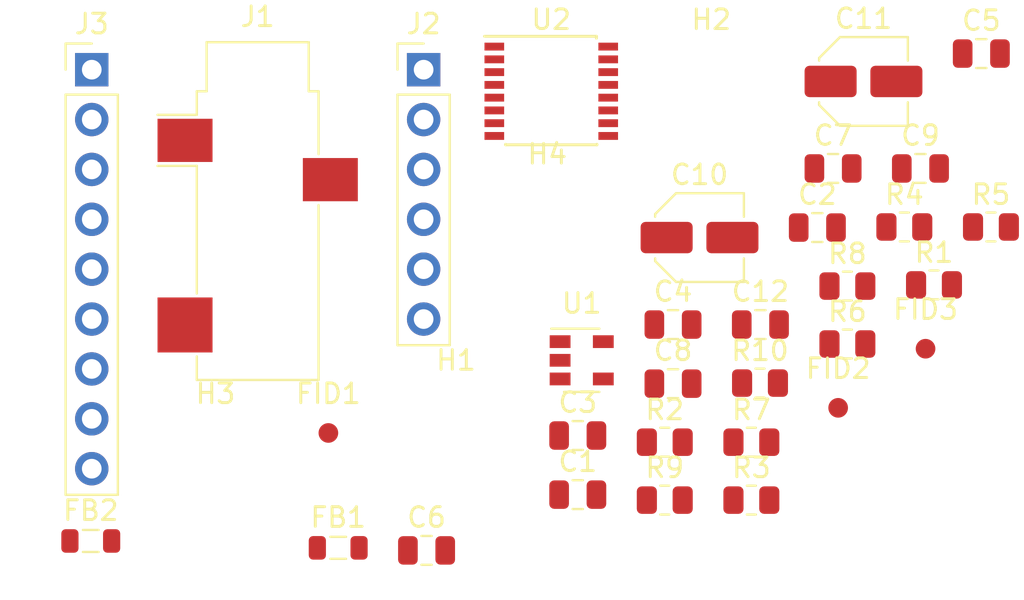
<source format=kicad_pcb>
(kicad_pcb (version 20171130) (host pcbnew "(5.1.10)-1")

  (general
    (thickness 1.6)
    (drawings 0)
    (tracks 0)
    (zones 0)
    (modules 36)
    (nets 24)
  )

  (page A4)
  (layers
    (0 F.Cu signal)
    (31 B.Cu signal)
    (32 B.Adhes user)
    (33 F.Adhes user)
    (34 B.Paste user)
    (35 F.Paste user)
    (36 B.SilkS user)
    (37 F.SilkS user)
    (38 B.Mask user)
    (39 F.Mask user)
    (40 Dwgs.User user)
    (41 Cmts.User user)
    (42 Eco1.User user)
    (43 Eco2.User user)
    (44 Edge.Cuts user)
    (45 Margin user)
    (46 B.CrtYd user)
    (47 F.CrtYd user)
    (48 B.Fab user)
    (49 F.Fab user)
  )

  (setup
    (last_trace_width 0.25)
    (trace_clearance 0.2)
    (zone_clearance 0.508)
    (zone_45_only no)
    (trace_min 0.2)
    (via_size 0.8)
    (via_drill 0.4)
    (via_min_size 0.4)
    (via_min_drill 0.3)
    (uvia_size 0.3)
    (uvia_drill 0.1)
    (uvias_allowed no)
    (uvia_min_size 0.2)
    (uvia_min_drill 0.1)
    (edge_width 0.05)
    (segment_width 0.2)
    (pcb_text_width 0.3)
    (pcb_text_size 1.5 1.5)
    (mod_edge_width 0.12)
    (mod_text_size 1 1)
    (mod_text_width 0.15)
    (pad_size 1.524 1.524)
    (pad_drill 0.762)
    (pad_to_mask_clearance 0)
    (aux_axis_origin 0 0)
    (visible_elements FFFFFF7F)
    (pcbplotparams
      (layerselection 0x010fc_ffffffff)
      (usegerberextensions false)
      (usegerberattributes true)
      (usegerberadvancedattributes true)
      (creategerberjobfile true)
      (excludeedgelayer true)
      (linewidth 0.100000)
      (plotframeref false)
      (viasonmask false)
      (mode 1)
      (useauxorigin false)
      (hpglpennumber 1)
      (hpglpenspeed 20)
      (hpglpendiameter 15.000000)
      (psnegative false)
      (psa4output false)
      (plotreference true)
      (plotvalue true)
      (plotinvisibletext false)
      (padsonsilk false)
      (subtractmaskfromsilk false)
      (outputformat 1)
      (mirror false)
      (drillshape 1)
      (scaleselection 1)
      (outputdirectory ""))
  )

  (net 0 "")
  (net 1 GNDD)
  (net 2 VDD)
  (net 3 +3V3)
  (net 4 GNDA)
  (net 5 "Net-(C5-Pad2)")
  (net 6 "Net-(C7-Pad2)")
  (net 7 /OUT_L)
  (net 8 "Net-(C12-Pad1)")
  (net 9 "Net-(C10-Pad2)")
  (net 10 "Net-(C10-Pad1)")
  (net 11 "Net-(C11-Pad1)")
  (net 12 "Net-(C11-Pad2)")
  (net 13 /SYSCLK_IN)
  (net 14 /SFOR_1)
  (net 15 /MUTE)
  (net 16 /SFOR_0)
  (net 17 /PLL_IN)
  (net 18 /CLKOUT)
  (net 19 /WS_IN)
  (net 20 /DATA_IN)
  (net 21 /BCK_IN)
  (net 22 /OUT_R)
  (net 23 "Net-(U1-Pad4)")

  (net_class Default "This is the default net class."
    (clearance 0.2)
    (trace_width 0.25)
    (via_dia 0.8)
    (via_drill 0.4)
    (uvia_dia 0.3)
    (uvia_drill 0.1)
    (add_net +3V3)
    (add_net /BCK_IN)
    (add_net /CLKOUT)
    (add_net /DATA_IN)
    (add_net /MUTE)
    (add_net /OUT_L)
    (add_net /OUT_R)
    (add_net /PLL_IN)
    (add_net /SFOR_0)
    (add_net /SFOR_1)
    (add_net /SYSCLK_IN)
    (add_net /WS_IN)
    (add_net GNDA)
    (add_net GNDD)
    (add_net "Net-(C10-Pad1)")
    (add_net "Net-(C10-Pad2)")
    (add_net "Net-(C11-Pad1)")
    (add_net "Net-(C11-Pad2)")
    (add_net "Net-(C12-Pad1)")
    (add_net "Net-(C5-Pad2)")
    (add_net "Net-(C7-Pad2)")
    (add_net "Net-(U1-Pad4)")
    (add_net VDD)
  )

  (module Capacitor_SMD:C_0805_2012Metric (layer F.Cu) (tedit 5F68FEEE) (tstamp 614B7E45)
    (at 144.075001 117.465001)
    (descr "Capacitor SMD 0805 (2012 Metric), square (rectangular) end terminal, IPC_7351 nominal, (Body size source: IPC-SM-782 page 76, https://www.pcb-3d.com/wordpress/wp-content/uploads/ipc-sm-782a_amendment_1_and_2.pdf, https://docs.google.com/spreadsheets/d/1BsfQQcO9C6DZCsRaXUlFlo91Tg2WpOkGARC1WS5S8t0/edit?usp=sharing), generated with kicad-footprint-generator")
    (tags capacitor)
    (path /614A61EF)
    (attr smd)
    (fp_text reference C1 (at 0 -1.68) (layer F.SilkS)
      (effects (font (size 1 1) (thickness 0.15)))
    )
    (fp_text value 10uF (at 0 1.68) (layer F.Fab)
      (effects (font (size 1 1) (thickness 0.15)))
    )
    (fp_text user %R (at 0 0) (layer F.Fab)
      (effects (font (size 0.5 0.5) (thickness 0.08)))
    )
    (fp_line (start -1 0.625) (end -1 -0.625) (layer F.Fab) (width 0.1))
    (fp_line (start -1 -0.625) (end 1 -0.625) (layer F.Fab) (width 0.1))
    (fp_line (start 1 -0.625) (end 1 0.625) (layer F.Fab) (width 0.1))
    (fp_line (start 1 0.625) (end -1 0.625) (layer F.Fab) (width 0.1))
    (fp_line (start -0.261252 -0.735) (end 0.261252 -0.735) (layer F.SilkS) (width 0.12))
    (fp_line (start -0.261252 0.735) (end 0.261252 0.735) (layer F.SilkS) (width 0.12))
    (fp_line (start -1.7 0.98) (end -1.7 -0.98) (layer F.CrtYd) (width 0.05))
    (fp_line (start -1.7 -0.98) (end 1.7 -0.98) (layer F.CrtYd) (width 0.05))
    (fp_line (start 1.7 -0.98) (end 1.7 0.98) (layer F.CrtYd) (width 0.05))
    (fp_line (start 1.7 0.98) (end -1.7 0.98) (layer F.CrtYd) (width 0.05))
    (pad 2 smd roundrect (at 0.95 0) (size 1 1.45) (layers F.Cu F.Paste F.Mask) (roundrect_rratio 0.25)
      (net 1 GNDD))
    (pad 1 smd roundrect (at -0.95 0) (size 1 1.45) (layers F.Cu F.Paste F.Mask) (roundrect_rratio 0.25)
      (net 2 VDD))
    (model ${KISYS3DMOD}/Capacitor_SMD.3dshapes/C_0805_2012Metric.wrl
      (at (xyz 0 0 0))
      (scale (xyz 1 1 1))
      (rotate (xyz 0 0 0))
    )
  )

  (module Capacitor_SMD:C_0805_2012Metric (layer F.Cu) (tedit 5F68FEEE) (tstamp 614B7E56)
    (at 156.275001 103.865001)
    (descr "Capacitor SMD 0805 (2012 Metric), square (rectangular) end terminal, IPC_7351 nominal, (Body size source: IPC-SM-782 page 76, https://www.pcb-3d.com/wordpress/wp-content/uploads/ipc-sm-782a_amendment_1_and_2.pdf, https://docs.google.com/spreadsheets/d/1BsfQQcO9C6DZCsRaXUlFlo91Tg2WpOkGARC1WS5S8t0/edit?usp=sharing), generated with kicad-footprint-generator")
    (tags capacitor)
    (path /614A6CE0)
    (attr smd)
    (fp_text reference C2 (at 0 -1.68) (layer F.SilkS)
      (effects (font (size 1 1) (thickness 0.15)))
    )
    (fp_text value 10uF (at 0 1.68) (layer F.Fab)
      (effects (font (size 1 1) (thickness 0.15)))
    )
    (fp_text user %R (at 0 0) (layer F.Fab)
      (effects (font (size 0.5 0.5) (thickness 0.08)))
    )
    (fp_line (start -1 0.625) (end -1 -0.625) (layer F.Fab) (width 0.1))
    (fp_line (start -1 -0.625) (end 1 -0.625) (layer F.Fab) (width 0.1))
    (fp_line (start 1 -0.625) (end 1 0.625) (layer F.Fab) (width 0.1))
    (fp_line (start 1 0.625) (end -1 0.625) (layer F.Fab) (width 0.1))
    (fp_line (start -0.261252 -0.735) (end 0.261252 -0.735) (layer F.SilkS) (width 0.12))
    (fp_line (start -0.261252 0.735) (end 0.261252 0.735) (layer F.SilkS) (width 0.12))
    (fp_line (start -1.7 0.98) (end -1.7 -0.98) (layer F.CrtYd) (width 0.05))
    (fp_line (start -1.7 -0.98) (end 1.7 -0.98) (layer F.CrtYd) (width 0.05))
    (fp_line (start 1.7 -0.98) (end 1.7 0.98) (layer F.CrtYd) (width 0.05))
    (fp_line (start 1.7 0.98) (end -1.7 0.98) (layer F.CrtYd) (width 0.05))
    (pad 2 smd roundrect (at 0.95 0) (size 1 1.45) (layers F.Cu F.Paste F.Mask) (roundrect_rratio 0.25)
      (net 1 GNDD))
    (pad 1 smd roundrect (at -0.95 0) (size 1 1.45) (layers F.Cu F.Paste F.Mask) (roundrect_rratio 0.25)
      (net 3 +3V3))
    (model ${KISYS3DMOD}/Capacitor_SMD.3dshapes/C_0805_2012Metric.wrl
      (at (xyz 0 0 0))
      (scale (xyz 1 1 1))
      (rotate (xyz 0 0 0))
    )
  )

  (module Capacitor_SMD:C_0805_2012Metric (layer F.Cu) (tedit 5F68FEEE) (tstamp 614B7E67)
    (at 144.075001 114.455001)
    (descr "Capacitor SMD 0805 (2012 Metric), square (rectangular) end terminal, IPC_7351 nominal, (Body size source: IPC-SM-782 page 76, https://www.pcb-3d.com/wordpress/wp-content/uploads/ipc-sm-782a_amendment_1_and_2.pdf, https://docs.google.com/spreadsheets/d/1BsfQQcO9C6DZCsRaXUlFlo91Tg2WpOkGARC1WS5S8t0/edit?usp=sharing), generated with kicad-footprint-generator")
    (tags capacitor)
    (path /614BB6EA)
    (attr smd)
    (fp_text reference C3 (at 0 -1.68) (layer F.SilkS)
      (effects (font (size 1 1) (thickness 0.15)))
    )
    (fp_text value 10uF (at 0 1.68) (layer F.Fab)
      (effects (font (size 1 1) (thickness 0.15)))
    )
    (fp_line (start 1.7 0.98) (end -1.7 0.98) (layer F.CrtYd) (width 0.05))
    (fp_line (start 1.7 -0.98) (end 1.7 0.98) (layer F.CrtYd) (width 0.05))
    (fp_line (start -1.7 -0.98) (end 1.7 -0.98) (layer F.CrtYd) (width 0.05))
    (fp_line (start -1.7 0.98) (end -1.7 -0.98) (layer F.CrtYd) (width 0.05))
    (fp_line (start -0.261252 0.735) (end 0.261252 0.735) (layer F.SilkS) (width 0.12))
    (fp_line (start -0.261252 -0.735) (end 0.261252 -0.735) (layer F.SilkS) (width 0.12))
    (fp_line (start 1 0.625) (end -1 0.625) (layer F.Fab) (width 0.1))
    (fp_line (start 1 -0.625) (end 1 0.625) (layer F.Fab) (width 0.1))
    (fp_line (start -1 -0.625) (end 1 -0.625) (layer F.Fab) (width 0.1))
    (fp_line (start -1 0.625) (end -1 -0.625) (layer F.Fab) (width 0.1))
    (fp_text user %R (at 0 0) (layer F.Fab)
      (effects (font (size 0.5 0.5) (thickness 0.08)))
    )
    (pad 1 smd roundrect (at -0.95 0) (size 1 1.45) (layers F.Cu F.Paste F.Mask) (roundrect_rratio 0.25)
      (net 1 GNDD))
    (pad 2 smd roundrect (at 0.95 0) (size 1 1.45) (layers F.Cu F.Paste F.Mask) (roundrect_rratio 0.25)
      (net 3 +3V3))
    (model ${KISYS3DMOD}/Capacitor_SMD.3dshapes/C_0805_2012Metric.wrl
      (at (xyz 0 0 0))
      (scale (xyz 1 1 1))
      (rotate (xyz 0 0 0))
    )
  )

  (module Capacitor_SMD:C_0805_2012Metric (layer F.Cu) (tedit 5F68FEEE) (tstamp 614B7E78)
    (at 148.925001 108.805001)
    (descr "Capacitor SMD 0805 (2012 Metric), square (rectangular) end terminal, IPC_7351 nominal, (Body size source: IPC-SM-782 page 76, https://www.pcb-3d.com/wordpress/wp-content/uploads/ipc-sm-782a_amendment_1_and_2.pdf, https://docs.google.com/spreadsheets/d/1BsfQQcO9C6DZCsRaXUlFlo91Tg2WpOkGARC1WS5S8t0/edit?usp=sharing), generated with kicad-footprint-generator")
    (tags capacitor)
    (path /614BBBBD)
    (attr smd)
    (fp_text reference C4 (at 0 -1.68) (layer F.SilkS)
      (effects (font (size 1 1) (thickness 0.15)))
    )
    (fp_text value 0.1uF (at 0 1.68) (layer F.Fab)
      (effects (font (size 1 1) (thickness 0.15)))
    )
    (fp_text user %R (at 0 0) (layer F.Fab)
      (effects (font (size 0.5 0.5) (thickness 0.08)))
    )
    (fp_line (start -1 0.625) (end -1 -0.625) (layer F.Fab) (width 0.1))
    (fp_line (start -1 -0.625) (end 1 -0.625) (layer F.Fab) (width 0.1))
    (fp_line (start 1 -0.625) (end 1 0.625) (layer F.Fab) (width 0.1))
    (fp_line (start 1 0.625) (end -1 0.625) (layer F.Fab) (width 0.1))
    (fp_line (start -0.261252 -0.735) (end 0.261252 -0.735) (layer F.SilkS) (width 0.12))
    (fp_line (start -0.261252 0.735) (end 0.261252 0.735) (layer F.SilkS) (width 0.12))
    (fp_line (start -1.7 0.98) (end -1.7 -0.98) (layer F.CrtYd) (width 0.05))
    (fp_line (start -1.7 -0.98) (end 1.7 -0.98) (layer F.CrtYd) (width 0.05))
    (fp_line (start 1.7 -0.98) (end 1.7 0.98) (layer F.CrtYd) (width 0.05))
    (fp_line (start 1.7 0.98) (end -1.7 0.98) (layer F.CrtYd) (width 0.05))
    (pad 2 smd roundrect (at 0.95 0) (size 1 1.45) (layers F.Cu F.Paste F.Mask) (roundrect_rratio 0.25)
      (net 1 GNDD))
    (pad 1 smd roundrect (at -0.95 0) (size 1 1.45) (layers F.Cu F.Paste F.Mask) (roundrect_rratio 0.25)
      (net 3 +3V3))
    (model ${KISYS3DMOD}/Capacitor_SMD.3dshapes/C_0805_2012Metric.wrl
      (at (xyz 0 0 0))
      (scale (xyz 1 1 1))
      (rotate (xyz 0 0 0))
    )
  )

  (module Capacitor_SMD:C_0805_2012Metric (layer F.Cu) (tedit 5F68FEEE) (tstamp 614B7E89)
    (at 164.625001 95.005001)
    (descr "Capacitor SMD 0805 (2012 Metric), square (rectangular) end terminal, IPC_7351 nominal, (Body size source: IPC-SM-782 page 76, https://www.pcb-3d.com/wordpress/wp-content/uploads/ipc-sm-782a_amendment_1_and_2.pdf, https://docs.google.com/spreadsheets/d/1BsfQQcO9C6DZCsRaXUlFlo91Tg2WpOkGARC1WS5S8t0/edit?usp=sharing), generated with kicad-footprint-generator")
    (tags capacitor)
    (path /614BBEDC)
    (attr smd)
    (fp_text reference C5 (at 0 -1.68) (layer F.SilkS)
      (effects (font (size 1 1) (thickness 0.15)))
    )
    (fp_text value 10uF (at 0 1.68) (layer F.Fab)
      (effects (font (size 1 1) (thickness 0.15)))
    )
    (fp_line (start 1.7 0.98) (end -1.7 0.98) (layer F.CrtYd) (width 0.05))
    (fp_line (start 1.7 -0.98) (end 1.7 0.98) (layer F.CrtYd) (width 0.05))
    (fp_line (start -1.7 -0.98) (end 1.7 -0.98) (layer F.CrtYd) (width 0.05))
    (fp_line (start -1.7 0.98) (end -1.7 -0.98) (layer F.CrtYd) (width 0.05))
    (fp_line (start -0.261252 0.735) (end 0.261252 0.735) (layer F.SilkS) (width 0.12))
    (fp_line (start -0.261252 -0.735) (end 0.261252 -0.735) (layer F.SilkS) (width 0.12))
    (fp_line (start 1 0.625) (end -1 0.625) (layer F.Fab) (width 0.1))
    (fp_line (start 1 -0.625) (end 1 0.625) (layer F.Fab) (width 0.1))
    (fp_line (start -1 -0.625) (end 1 -0.625) (layer F.Fab) (width 0.1))
    (fp_line (start -1 0.625) (end -1 -0.625) (layer F.Fab) (width 0.1))
    (fp_text user %R (at 0 0) (layer F.Fab)
      (effects (font (size 0.5 0.5) (thickness 0.08)))
    )
    (pad 1 smd roundrect (at -0.95 0) (size 1 1.45) (layers F.Cu F.Paste F.Mask) (roundrect_rratio 0.25)
      (net 4 GNDA))
    (pad 2 smd roundrect (at 0.95 0) (size 1 1.45) (layers F.Cu F.Paste F.Mask) (roundrect_rratio 0.25)
      (net 5 "Net-(C5-Pad2)"))
    (model ${KISYS3DMOD}/Capacitor_SMD.3dshapes/C_0805_2012Metric.wrl
      (at (xyz 0 0 0))
      (scale (xyz 1 1 1))
      (rotate (xyz 0 0 0))
    )
  )

  (module Capacitor_SMD:C_0805_2012Metric (layer F.Cu) (tedit 5F68FEEE) (tstamp 614B7E9A)
    (at 136.375001 120.305001)
    (descr "Capacitor SMD 0805 (2012 Metric), square (rectangular) end terminal, IPC_7351 nominal, (Body size source: IPC-SM-782 page 76, https://www.pcb-3d.com/wordpress/wp-content/uploads/ipc-sm-782a_amendment_1_and_2.pdf, https://docs.google.com/spreadsheets/d/1BsfQQcO9C6DZCsRaXUlFlo91Tg2WpOkGARC1WS5S8t0/edit?usp=sharing), generated with kicad-footprint-generator")
    (tags capacitor)
    (path /614BC618)
    (attr smd)
    (fp_text reference C6 (at 0 -1.68) (layer F.SilkS)
      (effects (font (size 1 1) (thickness 0.15)))
    )
    (fp_text value 0.1uF (at 0 1.68) (layer F.Fab)
      (effects (font (size 1 1) (thickness 0.15)))
    )
    (fp_text user %R (at 0 0) (layer F.Fab)
      (effects (font (size 0.5 0.5) (thickness 0.08)))
    )
    (fp_line (start -1 0.625) (end -1 -0.625) (layer F.Fab) (width 0.1))
    (fp_line (start -1 -0.625) (end 1 -0.625) (layer F.Fab) (width 0.1))
    (fp_line (start 1 -0.625) (end 1 0.625) (layer F.Fab) (width 0.1))
    (fp_line (start 1 0.625) (end -1 0.625) (layer F.Fab) (width 0.1))
    (fp_line (start -0.261252 -0.735) (end 0.261252 -0.735) (layer F.SilkS) (width 0.12))
    (fp_line (start -0.261252 0.735) (end 0.261252 0.735) (layer F.SilkS) (width 0.12))
    (fp_line (start -1.7 0.98) (end -1.7 -0.98) (layer F.CrtYd) (width 0.05))
    (fp_line (start -1.7 -0.98) (end 1.7 -0.98) (layer F.CrtYd) (width 0.05))
    (fp_line (start 1.7 -0.98) (end 1.7 0.98) (layer F.CrtYd) (width 0.05))
    (fp_line (start 1.7 0.98) (end -1.7 0.98) (layer F.CrtYd) (width 0.05))
    (pad 2 smd roundrect (at 0.95 0) (size 1 1.45) (layers F.Cu F.Paste F.Mask) (roundrect_rratio 0.25)
      (net 5 "Net-(C5-Pad2)"))
    (pad 1 smd roundrect (at -0.95 0) (size 1 1.45) (layers F.Cu F.Paste F.Mask) (roundrect_rratio 0.25)
      (net 4 GNDA))
    (model ${KISYS3DMOD}/Capacitor_SMD.3dshapes/C_0805_2012Metric.wrl
      (at (xyz 0 0 0))
      (scale (xyz 1 1 1))
      (rotate (xyz 0 0 0))
    )
  )

  (module Capacitor_SMD:C_0805_2012Metric (layer F.Cu) (tedit 5F68FEEE) (tstamp 614B7EAB)
    (at 157.075001 100.855001)
    (descr "Capacitor SMD 0805 (2012 Metric), square (rectangular) end terminal, IPC_7351 nominal, (Body size source: IPC-SM-782 page 76, https://www.pcb-3d.com/wordpress/wp-content/uploads/ipc-sm-782a_amendment_1_and_2.pdf, https://docs.google.com/spreadsheets/d/1BsfQQcO9C6DZCsRaXUlFlo91Tg2WpOkGARC1WS5S8t0/edit?usp=sharing), generated with kicad-footprint-generator")
    (tags capacitor)
    (path /614BD2D3)
    (attr smd)
    (fp_text reference C7 (at 0 -1.68) (layer F.SilkS)
      (effects (font (size 1 1) (thickness 0.15)))
    )
    (fp_text value 0.01uF (at 0 1.68) (layer F.Fab)
      (effects (font (size 1 1) (thickness 0.15)))
    )
    (fp_line (start 1.7 0.98) (end -1.7 0.98) (layer F.CrtYd) (width 0.05))
    (fp_line (start 1.7 -0.98) (end 1.7 0.98) (layer F.CrtYd) (width 0.05))
    (fp_line (start -1.7 -0.98) (end 1.7 -0.98) (layer F.CrtYd) (width 0.05))
    (fp_line (start -1.7 0.98) (end -1.7 -0.98) (layer F.CrtYd) (width 0.05))
    (fp_line (start -0.261252 0.735) (end 0.261252 0.735) (layer F.SilkS) (width 0.12))
    (fp_line (start -0.261252 -0.735) (end 0.261252 -0.735) (layer F.SilkS) (width 0.12))
    (fp_line (start 1 0.625) (end -1 0.625) (layer F.Fab) (width 0.1))
    (fp_line (start 1 -0.625) (end 1 0.625) (layer F.Fab) (width 0.1))
    (fp_line (start -1 -0.625) (end 1 -0.625) (layer F.Fab) (width 0.1))
    (fp_line (start -1 0.625) (end -1 -0.625) (layer F.Fab) (width 0.1))
    (fp_text user %R (at 0 0) (layer F.Fab)
      (effects (font (size 0.5 0.5) (thickness 0.08)))
    )
    (pad 1 smd roundrect (at -0.95 0) (size 1 1.45) (layers F.Cu F.Paste F.Mask) (roundrect_rratio 0.25)
      (net 4 GNDA))
    (pad 2 smd roundrect (at 0.95 0) (size 1 1.45) (layers F.Cu F.Paste F.Mask) (roundrect_rratio 0.25)
      (net 6 "Net-(C7-Pad2)"))
    (model ${KISYS3DMOD}/Capacitor_SMD.3dshapes/C_0805_2012Metric.wrl
      (at (xyz 0 0 0))
      (scale (xyz 1 1 1))
      (rotate (xyz 0 0 0))
    )
  )

  (module Capacitor_SMD:C_0805_2012Metric (layer F.Cu) (tedit 5F68FEEE) (tstamp 614B7EBC)
    (at 148.925001 111.815001)
    (descr "Capacitor SMD 0805 (2012 Metric), square (rectangular) end terminal, IPC_7351 nominal, (Body size source: IPC-SM-782 page 76, https://www.pcb-3d.com/wordpress/wp-content/uploads/ipc-sm-782a_amendment_1_and_2.pdf, https://docs.google.com/spreadsheets/d/1BsfQQcO9C6DZCsRaXUlFlo91Tg2WpOkGARC1WS5S8t0/edit?usp=sharing), generated with kicad-footprint-generator")
    (tags capacitor)
    (path /614BC92E)
    (attr smd)
    (fp_text reference C8 (at 0 -1.68) (layer F.SilkS)
      (effects (font (size 1 1) (thickness 0.15)))
    )
    (fp_text value 0.01uF (at 0 1.68) (layer F.Fab)
      (effects (font (size 1 1) (thickness 0.15)))
    )
    (fp_line (start 1.7 0.98) (end -1.7 0.98) (layer F.CrtYd) (width 0.05))
    (fp_line (start 1.7 -0.98) (end 1.7 0.98) (layer F.CrtYd) (width 0.05))
    (fp_line (start -1.7 -0.98) (end 1.7 -0.98) (layer F.CrtYd) (width 0.05))
    (fp_line (start -1.7 0.98) (end -1.7 -0.98) (layer F.CrtYd) (width 0.05))
    (fp_line (start -0.261252 0.735) (end 0.261252 0.735) (layer F.SilkS) (width 0.12))
    (fp_line (start -0.261252 -0.735) (end 0.261252 -0.735) (layer F.SilkS) (width 0.12))
    (fp_line (start 1 0.625) (end -1 0.625) (layer F.Fab) (width 0.1))
    (fp_line (start 1 -0.625) (end 1 0.625) (layer F.Fab) (width 0.1))
    (fp_line (start -1 -0.625) (end 1 -0.625) (layer F.Fab) (width 0.1))
    (fp_line (start -1 0.625) (end -1 -0.625) (layer F.Fab) (width 0.1))
    (fp_text user %R (at 0 0) (layer F.Fab)
      (effects (font (size 0.5 0.5) (thickness 0.08)))
    )
    (pad 1 smd roundrect (at -0.95 0) (size 1 1.45) (layers F.Cu F.Paste F.Mask) (roundrect_rratio 0.25)
      (net 7 /OUT_L))
    (pad 2 smd roundrect (at 0.95 0) (size 1 1.45) (layers F.Cu F.Paste F.Mask) (roundrect_rratio 0.25)
      (net 4 GNDA))
    (model ${KISYS3DMOD}/Capacitor_SMD.3dshapes/C_0805_2012Metric.wrl
      (at (xyz 0 0 0))
      (scale (xyz 1 1 1))
      (rotate (xyz 0 0 0))
    )
  )

  (module Capacitor_SMD:C_0805_2012Metric (layer F.Cu) (tedit 5F68FEEE) (tstamp 614B7ECD)
    (at 161.525001 100.855001)
    (descr "Capacitor SMD 0805 (2012 Metric), square (rectangular) end terminal, IPC_7351 nominal, (Body size source: IPC-SM-782 page 76, https://www.pcb-3d.com/wordpress/wp-content/uploads/ipc-sm-782a_amendment_1_and_2.pdf, https://docs.google.com/spreadsheets/d/1BsfQQcO9C6DZCsRaXUlFlo91Tg2WpOkGARC1WS5S8t0/edit?usp=sharing), generated with kicad-footprint-generator")
    (tags capacitor)
    (path /614E63F5)
    (attr smd)
    (fp_text reference C9 (at 0 -1.68) (layer F.SilkS)
      (effects (font (size 1 1) (thickness 0.15)))
    )
    (fp_text value 0.1uF (at 0 1.68) (layer F.Fab)
      (effects (font (size 1 1) (thickness 0.15)))
    )
    (fp_text user %R (at 0 0) (layer F.Fab)
      (effects (font (size 0.5 0.5) (thickness 0.08)))
    )
    (fp_line (start -1 0.625) (end -1 -0.625) (layer F.Fab) (width 0.1))
    (fp_line (start -1 -0.625) (end 1 -0.625) (layer F.Fab) (width 0.1))
    (fp_line (start 1 -0.625) (end 1 0.625) (layer F.Fab) (width 0.1))
    (fp_line (start 1 0.625) (end -1 0.625) (layer F.Fab) (width 0.1))
    (fp_line (start -0.261252 -0.735) (end 0.261252 -0.735) (layer F.SilkS) (width 0.12))
    (fp_line (start -0.261252 0.735) (end 0.261252 0.735) (layer F.SilkS) (width 0.12))
    (fp_line (start -1.7 0.98) (end -1.7 -0.98) (layer F.CrtYd) (width 0.05))
    (fp_line (start -1.7 -0.98) (end 1.7 -0.98) (layer F.CrtYd) (width 0.05))
    (fp_line (start 1.7 -0.98) (end 1.7 0.98) (layer F.CrtYd) (width 0.05))
    (fp_line (start 1.7 0.98) (end -1.7 0.98) (layer F.CrtYd) (width 0.05))
    (pad 2 smd roundrect (at 0.95 0) (size 1 1.45) (layers F.Cu F.Paste F.Mask) (roundrect_rratio 0.25)
      (net 4 GNDA))
    (pad 1 smd roundrect (at -0.95 0) (size 1 1.45) (layers F.Cu F.Paste F.Mask) (roundrect_rratio 0.25)
      (net 8 "Net-(C12-Pad1)"))
    (model ${KISYS3DMOD}/Capacitor_SMD.3dshapes/C_0805_2012Metric.wrl
      (at (xyz 0 0 0))
      (scale (xyz 1 1 1))
      (rotate (xyz 0 0 0))
    )
  )

  (module Capacitor_SMD:C_Elec_4x5.4 (layer F.Cu) (tedit 5BC8D926) (tstamp 614B7EF1)
    (at 150.275001 104.375001)
    (descr "SMD capacitor, aluminum electrolytic nonpolar, 4.0x5.4mm")
    (tags "capacitor electrolyic nonpolar")
    (path /614E5094)
    (attr smd)
    (fp_text reference C10 (at 0 -3.2) (layer F.SilkS)
      (effects (font (size 1 1) (thickness 0.15)))
    )
    (fp_text value 47uF (at 0 3.2) (layer F.Fab)
      (effects (font (size 1 1) (thickness 0.15)))
    )
    (fp_text user %R (at 0 0) (layer F.Fab)
      (effects (font (size 0.8 0.8) (thickness 0.12)))
    )
    (fp_circle (center 0 0) (end 2 0) (layer F.Fab) (width 0.1))
    (fp_line (start 2.15 -2.15) (end 2.15 2.15) (layer F.Fab) (width 0.1))
    (fp_line (start -1.15 -2.15) (end 2.15 -2.15) (layer F.Fab) (width 0.1))
    (fp_line (start -1.15 2.15) (end 2.15 2.15) (layer F.Fab) (width 0.1))
    (fp_line (start -2.15 -1.15) (end -2.15 1.15) (layer F.Fab) (width 0.1))
    (fp_line (start -2.15 -1.15) (end -1.15 -2.15) (layer F.Fab) (width 0.1))
    (fp_line (start -2.15 1.15) (end -1.15 2.15) (layer F.Fab) (width 0.1))
    (fp_line (start 2.26 2.26) (end 2.26 1.06) (layer F.SilkS) (width 0.12))
    (fp_line (start 2.26 -2.26) (end 2.26 -1.06) (layer F.SilkS) (width 0.12))
    (fp_line (start -1.195563 -2.26) (end 2.26 -2.26) (layer F.SilkS) (width 0.12))
    (fp_line (start -1.195563 2.26) (end 2.26 2.26) (layer F.SilkS) (width 0.12))
    (fp_line (start -2.26 1.195563) (end -2.26 1.06) (layer F.SilkS) (width 0.12))
    (fp_line (start -2.26 -1.195563) (end -2.26 -1.06) (layer F.SilkS) (width 0.12))
    (fp_line (start -2.26 -1.195563) (end -1.195563 -2.26) (layer F.SilkS) (width 0.12))
    (fp_line (start -2.26 1.195563) (end -1.195563 2.26) (layer F.SilkS) (width 0.12))
    (fp_line (start 2.4 -2.4) (end 2.4 -1.05) (layer F.CrtYd) (width 0.05))
    (fp_line (start 2.4 -1.05) (end 3.25 -1.05) (layer F.CrtYd) (width 0.05))
    (fp_line (start 3.25 -1.05) (end 3.25 1.05) (layer F.CrtYd) (width 0.05))
    (fp_line (start 3.25 1.05) (end 2.4 1.05) (layer F.CrtYd) (width 0.05))
    (fp_line (start 2.4 1.05) (end 2.4 2.4) (layer F.CrtYd) (width 0.05))
    (fp_line (start -1.25 2.4) (end 2.4 2.4) (layer F.CrtYd) (width 0.05))
    (fp_line (start -1.25 -2.4) (end 2.4 -2.4) (layer F.CrtYd) (width 0.05))
    (fp_line (start -2.4 1.25) (end -1.25 2.4) (layer F.CrtYd) (width 0.05))
    (fp_line (start -2.4 -1.25) (end -1.25 -2.4) (layer F.CrtYd) (width 0.05))
    (fp_line (start -2.4 -1.25) (end -2.4 -1.05) (layer F.CrtYd) (width 0.05))
    (fp_line (start -2.4 1.05) (end -2.4 1.25) (layer F.CrtYd) (width 0.05))
    (fp_line (start -2.4 -1.05) (end -3.25 -1.05) (layer F.CrtYd) (width 0.05))
    (fp_line (start -3.25 -1.05) (end -3.25 1.05) (layer F.CrtYd) (width 0.05))
    (fp_line (start -3.25 1.05) (end -2.4 1.05) (layer F.CrtYd) (width 0.05))
    (pad 2 smd roundrect (at 1.675 0) (size 2.65 1.6) (layers F.Cu F.Paste F.Mask) (roundrect_rratio 0.15625)
      (net 9 "Net-(C10-Pad2)"))
    (pad 1 smd roundrect (at -1.675 0) (size 2.65 1.6) (layers F.Cu F.Paste F.Mask) (roundrect_rratio 0.15625)
      (net 10 "Net-(C10-Pad1)"))
    (model ${KISYS3DMOD}/Capacitor_SMD.3dshapes/C_Elec_4x5.4.wrl
      (at (xyz 0 0 0))
      (scale (xyz 1 1 1))
      (rotate (xyz 0 0 0))
    )
  )

  (module Capacitor_SMD:C_Elec_4x5.4 (layer F.Cu) (tedit 5BC8D926) (tstamp 614B7F15)
    (at 158.625001 96.425001)
    (descr "SMD capacitor, aluminum electrolytic nonpolar, 4.0x5.4mm")
    (tags "capacitor electrolyic nonpolar")
    (path /614E5A44)
    (attr smd)
    (fp_text reference C11 (at 0 -3.2) (layer F.SilkS)
      (effects (font (size 1 1) (thickness 0.15)))
    )
    (fp_text value 47uF (at 0 3.2) (layer F.Fab)
      (effects (font (size 1 1) (thickness 0.15)))
    )
    (fp_line (start -3.25 1.05) (end -2.4 1.05) (layer F.CrtYd) (width 0.05))
    (fp_line (start -3.25 -1.05) (end -3.25 1.05) (layer F.CrtYd) (width 0.05))
    (fp_line (start -2.4 -1.05) (end -3.25 -1.05) (layer F.CrtYd) (width 0.05))
    (fp_line (start -2.4 1.05) (end -2.4 1.25) (layer F.CrtYd) (width 0.05))
    (fp_line (start -2.4 -1.25) (end -2.4 -1.05) (layer F.CrtYd) (width 0.05))
    (fp_line (start -2.4 -1.25) (end -1.25 -2.4) (layer F.CrtYd) (width 0.05))
    (fp_line (start -2.4 1.25) (end -1.25 2.4) (layer F.CrtYd) (width 0.05))
    (fp_line (start -1.25 -2.4) (end 2.4 -2.4) (layer F.CrtYd) (width 0.05))
    (fp_line (start -1.25 2.4) (end 2.4 2.4) (layer F.CrtYd) (width 0.05))
    (fp_line (start 2.4 1.05) (end 2.4 2.4) (layer F.CrtYd) (width 0.05))
    (fp_line (start 3.25 1.05) (end 2.4 1.05) (layer F.CrtYd) (width 0.05))
    (fp_line (start 3.25 -1.05) (end 3.25 1.05) (layer F.CrtYd) (width 0.05))
    (fp_line (start 2.4 -1.05) (end 3.25 -1.05) (layer F.CrtYd) (width 0.05))
    (fp_line (start 2.4 -2.4) (end 2.4 -1.05) (layer F.CrtYd) (width 0.05))
    (fp_line (start -2.26 1.195563) (end -1.195563 2.26) (layer F.SilkS) (width 0.12))
    (fp_line (start -2.26 -1.195563) (end -1.195563 -2.26) (layer F.SilkS) (width 0.12))
    (fp_line (start -2.26 -1.195563) (end -2.26 -1.06) (layer F.SilkS) (width 0.12))
    (fp_line (start -2.26 1.195563) (end -2.26 1.06) (layer F.SilkS) (width 0.12))
    (fp_line (start -1.195563 2.26) (end 2.26 2.26) (layer F.SilkS) (width 0.12))
    (fp_line (start -1.195563 -2.26) (end 2.26 -2.26) (layer F.SilkS) (width 0.12))
    (fp_line (start 2.26 -2.26) (end 2.26 -1.06) (layer F.SilkS) (width 0.12))
    (fp_line (start 2.26 2.26) (end 2.26 1.06) (layer F.SilkS) (width 0.12))
    (fp_line (start -2.15 1.15) (end -1.15 2.15) (layer F.Fab) (width 0.1))
    (fp_line (start -2.15 -1.15) (end -1.15 -2.15) (layer F.Fab) (width 0.1))
    (fp_line (start -2.15 -1.15) (end -2.15 1.15) (layer F.Fab) (width 0.1))
    (fp_line (start -1.15 2.15) (end 2.15 2.15) (layer F.Fab) (width 0.1))
    (fp_line (start -1.15 -2.15) (end 2.15 -2.15) (layer F.Fab) (width 0.1))
    (fp_line (start 2.15 -2.15) (end 2.15 2.15) (layer F.Fab) (width 0.1))
    (fp_circle (center 0 0) (end 2 0) (layer F.Fab) (width 0.1))
    (fp_text user %R (at 0 0) (layer F.Fab)
      (effects (font (size 0.8 0.8) (thickness 0.12)))
    )
    (pad 1 smd roundrect (at -1.675 0) (size 2.65 1.6) (layers F.Cu F.Paste F.Mask) (roundrect_rratio 0.15625)
      (net 11 "Net-(C11-Pad1)"))
    (pad 2 smd roundrect (at 1.675 0) (size 2.65 1.6) (layers F.Cu F.Paste F.Mask) (roundrect_rratio 0.15625)
      (net 12 "Net-(C11-Pad2)"))
    (model ${KISYS3DMOD}/Capacitor_SMD.3dshapes/C_Elec_4x5.4.wrl
      (at (xyz 0 0 0))
      (scale (xyz 1 1 1))
      (rotate (xyz 0 0 0))
    )
  )

  (module Capacitor_SMD:C_0805_2012Metric (layer F.Cu) (tedit 5F68FEEE) (tstamp 614B7F26)
    (at 153.375001 108.805001)
    (descr "Capacitor SMD 0805 (2012 Metric), square (rectangular) end terminal, IPC_7351 nominal, (Body size source: IPC-SM-782 page 76, https://www.pcb-3d.com/wordpress/wp-content/uploads/ipc-sm-782a_amendment_1_and_2.pdf, https://docs.google.com/spreadsheets/d/1BsfQQcO9C6DZCsRaXUlFlo91Tg2WpOkGARC1WS5S8t0/edit?usp=sharing), generated with kicad-footprint-generator")
    (tags capacitor)
    (path /614E607B)
    (attr smd)
    (fp_text reference C12 (at 0 -1.68) (layer F.SilkS)
      (effects (font (size 1 1) (thickness 0.15)))
    )
    (fp_text value 10uF (at 0 1.68) (layer F.Fab)
      (effects (font (size 1 1) (thickness 0.15)))
    )
    (fp_line (start 1.7 0.98) (end -1.7 0.98) (layer F.CrtYd) (width 0.05))
    (fp_line (start 1.7 -0.98) (end 1.7 0.98) (layer F.CrtYd) (width 0.05))
    (fp_line (start -1.7 -0.98) (end 1.7 -0.98) (layer F.CrtYd) (width 0.05))
    (fp_line (start -1.7 0.98) (end -1.7 -0.98) (layer F.CrtYd) (width 0.05))
    (fp_line (start -0.261252 0.735) (end 0.261252 0.735) (layer F.SilkS) (width 0.12))
    (fp_line (start -0.261252 -0.735) (end 0.261252 -0.735) (layer F.SilkS) (width 0.12))
    (fp_line (start 1 0.625) (end -1 0.625) (layer F.Fab) (width 0.1))
    (fp_line (start 1 -0.625) (end 1 0.625) (layer F.Fab) (width 0.1))
    (fp_line (start -1 -0.625) (end 1 -0.625) (layer F.Fab) (width 0.1))
    (fp_line (start -1 0.625) (end -1 -0.625) (layer F.Fab) (width 0.1))
    (fp_text user %R (at 0 0) (layer F.Fab)
      (effects (font (size 0.5 0.5) (thickness 0.08)))
    )
    (pad 1 smd roundrect (at -0.95 0) (size 1 1.45) (layers F.Cu F.Paste F.Mask) (roundrect_rratio 0.25)
      (net 8 "Net-(C12-Pad1)"))
    (pad 2 smd roundrect (at 0.95 0) (size 1 1.45) (layers F.Cu F.Paste F.Mask) (roundrect_rratio 0.25)
      (net 4 GNDA))
    (model ${KISYS3DMOD}/Capacitor_SMD.3dshapes/C_0805_2012Metric.wrl
      (at (xyz 0 0 0))
      (scale (xyz 1 1 1))
      (rotate (xyz 0 0 0))
    )
  )

  (module Inductor_SMD:L_0805_2012Metric (layer F.Cu) (tedit 5F68FEF0) (tstamp 614B7F37)
    (at 131.875001 120.175001)
    (descr "Inductor SMD 0805 (2012 Metric), square (rectangular) end terminal, IPC_7351 nominal, (Body size source: IPC-SM-782 page 80, https://www.pcb-3d.com/wordpress/wp-content/uploads/ipc-sm-782a_amendment_1_and_2.pdf), generated with kicad-footprint-generator")
    (tags inductor)
    (path /614E468D)
    (attr smd)
    (fp_text reference FB1 (at 0 -1.55) (layer F.SilkS)
      (effects (font (size 1 1) (thickness 0.15)))
    )
    (fp_text value Ferrite (at 0 1.55) (layer F.Fab)
      (effects (font (size 1 1) (thickness 0.15)))
    )
    (fp_line (start 1.75 0.85) (end -1.75 0.85) (layer F.CrtYd) (width 0.05))
    (fp_line (start 1.75 -0.85) (end 1.75 0.85) (layer F.CrtYd) (width 0.05))
    (fp_line (start -1.75 -0.85) (end 1.75 -0.85) (layer F.CrtYd) (width 0.05))
    (fp_line (start -1.75 0.85) (end -1.75 -0.85) (layer F.CrtYd) (width 0.05))
    (fp_line (start -0.399622 0.56) (end 0.399622 0.56) (layer F.SilkS) (width 0.12))
    (fp_line (start -0.399622 -0.56) (end 0.399622 -0.56) (layer F.SilkS) (width 0.12))
    (fp_line (start 1 0.45) (end -1 0.45) (layer F.Fab) (width 0.1))
    (fp_line (start 1 -0.45) (end 1 0.45) (layer F.Fab) (width 0.1))
    (fp_line (start -1 -0.45) (end 1 -0.45) (layer F.Fab) (width 0.1))
    (fp_line (start -1 0.45) (end -1 -0.45) (layer F.Fab) (width 0.1))
    (fp_text user %R (at 0 0) (layer F.Fab)
      (effects (font (size 0.5 0.5) (thickness 0.08)))
    )
    (pad 1 smd roundrect (at -1.0625 0) (size 0.875 1.2) (layers F.Cu F.Paste F.Mask) (roundrect_rratio 0.25)
      (net 4 GNDA))
    (pad 2 smd roundrect (at 1.0625 0) (size 0.875 1.2) (layers F.Cu F.Paste F.Mask) (roundrect_rratio 0.25)
      (net 1 GNDD))
    (model ${KISYS3DMOD}/Inductor_SMD.3dshapes/L_0805_2012Metric.wrl
      (at (xyz 0 0 0))
      (scale (xyz 1 1 1))
      (rotate (xyz 0 0 0))
    )
  )

  (module Inductor_SMD:L_0805_2012Metric (layer F.Cu) (tedit 5F68FEF0) (tstamp 614B7F48)
    (at 119.275001 119.825001)
    (descr "Inductor SMD 0805 (2012 Metric), square (rectangular) end terminal, IPC_7351 nominal, (Body size source: IPC-SM-782 page 80, https://www.pcb-3d.com/wordpress/wp-content/uploads/ipc-sm-782a_amendment_1_and_2.pdf), generated with kicad-footprint-generator")
    (tags inductor)
    (path /614E3B0F)
    (attr smd)
    (fp_text reference FB2 (at 0 -1.55) (layer F.SilkS)
      (effects (font (size 1 1) (thickness 0.15)))
    )
    (fp_text value Ferrite (at 0 1.55) (layer F.Fab)
      (effects (font (size 1 1) (thickness 0.15)))
    )
    (fp_text user %R (at 0 0) (layer F.Fab)
      (effects (font (size 0.5 0.5) (thickness 0.08)))
    )
    (fp_line (start -1 0.45) (end -1 -0.45) (layer F.Fab) (width 0.1))
    (fp_line (start -1 -0.45) (end 1 -0.45) (layer F.Fab) (width 0.1))
    (fp_line (start 1 -0.45) (end 1 0.45) (layer F.Fab) (width 0.1))
    (fp_line (start 1 0.45) (end -1 0.45) (layer F.Fab) (width 0.1))
    (fp_line (start -0.399622 -0.56) (end 0.399622 -0.56) (layer F.SilkS) (width 0.12))
    (fp_line (start -0.399622 0.56) (end 0.399622 0.56) (layer F.SilkS) (width 0.12))
    (fp_line (start -1.75 0.85) (end -1.75 -0.85) (layer F.CrtYd) (width 0.05))
    (fp_line (start -1.75 -0.85) (end 1.75 -0.85) (layer F.CrtYd) (width 0.05))
    (fp_line (start 1.75 -0.85) (end 1.75 0.85) (layer F.CrtYd) (width 0.05))
    (fp_line (start 1.75 0.85) (end -1.75 0.85) (layer F.CrtYd) (width 0.05))
    (pad 2 smd roundrect (at 1.0625 0) (size 0.875 1.2) (layers F.Cu F.Paste F.Mask) (roundrect_rratio 0.25)
      (net 3 +3V3))
    (pad 1 smd roundrect (at -1.0625 0) (size 0.875 1.2) (layers F.Cu F.Paste F.Mask) (roundrect_rratio 0.25)
      (net 5 "Net-(C5-Pad2)"))
    (model ${KISYS3DMOD}/Inductor_SMD.3dshapes/L_0805_2012Metric.wrl
      (at (xyz 0 0 0))
      (scale (xyz 1 1 1))
      (rotate (xyz 0 0 0))
    )
  )

  (module Fiducial:Fiducial_1mm_Mask2mm (layer F.Cu) (tedit 5C18CB26) (tstamp 614B7F50)
    (at 131.375001 114.325001)
    (descr "Circular Fiducial, 1mm bare copper, 2mm soldermask opening (Level A)")
    (tags fiducial)
    (path /61491711)
    (attr smd)
    (fp_text reference FID1 (at 0 -2) (layer F.SilkS)
      (effects (font (size 1 1) (thickness 0.15)))
    )
    (fp_text value Fiducial (at 0 2) (layer F.Fab)
      (effects (font (size 1 1) (thickness 0.15)))
    )
    (fp_circle (center 0 0) (end 1.25 0) (layer F.CrtYd) (width 0.05))
    (fp_circle (center 0 0) (end 1 0) (layer F.Fab) (width 0.1))
    (fp_text user %R (at 0 0) (layer F.Fab)
      (effects (font (size 0.4 0.4) (thickness 0.06)))
    )
    (pad "" smd circle (at 0 0) (size 1 1) (layers F.Cu F.Mask)
      (solder_mask_margin 0.5) (clearance 0.5))
  )

  (module Fiducial:Fiducial_1mm_Mask2mm (layer F.Cu) (tedit 5C18CB26) (tstamp 614B7F58)
    (at 157.335001 113.045001)
    (descr "Circular Fiducial, 1mm bare copper, 2mm soldermask opening (Level A)")
    (tags fiducial)
    (path /61491FDD)
    (attr smd)
    (fp_text reference FID2 (at 0 -2) (layer F.SilkS)
      (effects (font (size 1 1) (thickness 0.15)))
    )
    (fp_text value Fiducial (at 0 2) (layer F.Fab)
      (effects (font (size 1 1) (thickness 0.15)))
    )
    (fp_text user %R (at 0 0) (layer F.Fab)
      (effects (font (size 0.4 0.4) (thickness 0.06)))
    )
    (fp_circle (center 0 0) (end 1 0) (layer F.Fab) (width 0.1))
    (fp_circle (center 0 0) (end 1.25 0) (layer F.CrtYd) (width 0.05))
    (pad "" smd circle (at 0 0) (size 1 1) (layers F.Cu F.Mask)
      (solder_mask_margin 0.5) (clearance 0.5))
  )

  (module Fiducial:Fiducial_1mm_Mask2mm (layer F.Cu) (tedit 5C18CB26) (tstamp 614B7F60)
    (at 161.785001 110.035001)
    (descr "Circular Fiducial, 1mm bare copper, 2mm soldermask opening (Level A)")
    (tags fiducial)
    (path /61492706)
    (attr smd)
    (fp_text reference FID3 (at 0 -2) (layer F.SilkS)
      (effects (font (size 1 1) (thickness 0.15)))
    )
    (fp_text value Fiducial (at 0 2) (layer F.Fab)
      (effects (font (size 1 1) (thickness 0.15)))
    )
    (fp_circle (center 0 0) (end 1.25 0) (layer F.CrtYd) (width 0.05))
    (fp_circle (center 0 0) (end 1 0) (layer F.Fab) (width 0.1))
    (fp_text user %R (at 0 0) (layer F.Fab)
      (effects (font (size 0.4 0.4) (thickness 0.06)))
    )
    (pad "" smd circle (at 0 0) (size 1 1) (layers F.Cu F.Mask)
      (solder_mask_margin 0.5) (clearance 0.5))
  )

  (module MountingHole:MountingHole_3.2mm_M3 (layer F.Cu) (tedit 56D1B4CB) (tstamp 614B7F68)
    (at 137.875001 114.825001)
    (descr "Mounting Hole 3.2mm, no annular, M3")
    (tags "mounting hole 3.2mm no annular m3")
    (path /61492F8B)
    (attr virtual)
    (fp_text reference H1 (at 0 -4.2) (layer F.SilkS)
      (effects (font (size 1 1) (thickness 0.15)))
    )
    (fp_text value MountingHole (at 0 4.2) (layer F.Fab)
      (effects (font (size 1 1) (thickness 0.15)))
    )
    (fp_text user %R (at 0.3 0) (layer F.Fab)
      (effects (font (size 1 1) (thickness 0.15)))
    )
    (fp_circle (center 0 0) (end 3.2 0) (layer Cmts.User) (width 0.15))
    (fp_circle (center 0 0) (end 3.45 0) (layer F.CrtYd) (width 0.05))
    (pad 1 np_thru_hole circle (at 0 0) (size 3.2 3.2) (drill 3.2) (layers *.Cu *.Mask))
  )

  (module MountingHole:MountingHole_3.2mm_M3 (layer F.Cu) (tedit 56D1B4CB) (tstamp 614B7F70)
    (at 150.875001 97.475001)
    (descr "Mounting Hole 3.2mm, no annular, M3")
    (tags "mounting hole 3.2mm no annular m3")
    (path /61493538)
    (attr virtual)
    (fp_text reference H2 (at 0 -4.2) (layer F.SilkS)
      (effects (font (size 1 1) (thickness 0.15)))
    )
    (fp_text value MountingHole (at 0 4.2) (layer F.Fab)
      (effects (font (size 1 1) (thickness 0.15)))
    )
    (fp_circle (center 0 0) (end 3.45 0) (layer F.CrtYd) (width 0.05))
    (fp_circle (center 0 0) (end 3.2 0) (layer Cmts.User) (width 0.15))
    (fp_text user %R (at 0.3 0) (layer F.Fab)
      (effects (font (size 1 1) (thickness 0.15)))
    )
    (pad 1 np_thru_hole circle (at 0 0) (size 3.2 3.2) (drill 3.2) (layers *.Cu *.Mask))
  )

  (module MountingHole:MountingHole_3.2mm_M3 (layer F.Cu) (tedit 56D1B4CB) (tstamp 614B7F78)
    (at 125.625001 116.525001)
    (descr "Mounting Hole 3.2mm, no annular, M3")
    (tags "mounting hole 3.2mm no annular m3")
    (path /61493BC8)
    (attr virtual)
    (fp_text reference H3 (at 0 -4.2) (layer F.SilkS)
      (effects (font (size 1 1) (thickness 0.15)))
    )
    (fp_text value MountingHole (at 0 4.2) (layer F.Fab)
      (effects (font (size 1 1) (thickness 0.15)))
    )
    (fp_text user %R (at 0.3 0) (layer F.Fab)
      (effects (font (size 1 1) (thickness 0.15)))
    )
    (fp_circle (center 0 0) (end 3.2 0) (layer Cmts.User) (width 0.15))
    (fp_circle (center 0 0) (end 3.45 0) (layer F.CrtYd) (width 0.05))
    (pad 1 np_thru_hole circle (at 0 0) (size 3.2 3.2) (drill 3.2) (layers *.Cu *.Mask))
  )

  (module MountingHole:MountingHole_3.2mm_M3 (layer F.Cu) (tedit 56D1B4CB) (tstamp 614B7F80)
    (at 142.525001 104.325001)
    (descr "Mounting Hole 3.2mm, no annular, M3")
    (tags "mounting hole 3.2mm no annular m3")
    (path /61493D80)
    (attr virtual)
    (fp_text reference H4 (at 0 -4.2) (layer F.SilkS)
      (effects (font (size 1 1) (thickness 0.15)))
    )
    (fp_text value MountingHole (at 0 4.2) (layer F.Fab)
      (effects (font (size 1 1) (thickness 0.15)))
    )
    (fp_circle (center 0 0) (end 3.45 0) (layer F.CrtYd) (width 0.05))
    (fp_circle (center 0 0) (end 3.2 0) (layer Cmts.User) (width 0.15))
    (fp_text user %R (at 0.3 0) (layer F.Fab)
      (effects (font (size 1 1) (thickness 0.15)))
    )
    (pad 1 np_thru_hole circle (at 0 0) (size 3.2 3.2) (drill 3.2) (layers *.Cu *.Mask))
  )

  (module Connector_Audio:Jack_3.5mm_CUI_SJ-3523-SMT_Horizontal (layer F.Cu) (tedit 5C635420) (tstamp 614B7FA3)
    (at 127.775001 103.025001)
    (descr "3.5 mm, Stereo, Right Angle, Surface Mount (SMT), Audio Jack Connector (https://www.cui.com/product/resource/sj-352x-smt-series.pdf)")
    (tags "3.5mm audio cui horizontal jack stereo")
    (path /614956FB)
    (attr smd)
    (fp_text reference J1 (at 0 -9.9) (layer F.SilkS)
      (effects (font (size 1 1) (thickness 0.15)))
    )
    (fp_text value AudioPlug3 (at 0 10.35) (layer F.Fab)
      (effects (font (size 1 1) (thickness 0.15)))
    )
    (fp_line (start -3.1 -2.3) (end -5.1 -2.3) (layer F.SilkS) (width 0.12))
    (fp_line (start -3.1 -4.9) (end -5.1 -4.9) (layer F.SilkS) (width 0.12))
    (fp_line (start -3.1 4.2) (end -3.1 -2.3) (layer F.SilkS) (width 0.12))
    (fp_line (start -3.1 8.6) (end -3.1 7.4) (layer F.SilkS) (width 0.12))
    (fp_line (start 3.1 8.6) (end -3.1 8.6) (layer F.SilkS) (width 0.12))
    (fp_line (start 3.1 -0.3) (end 3.1 8.6) (layer F.SilkS) (width 0.12))
    (fp_line (start 3.1 -6.1) (end 3.1 -2.9) (layer F.SilkS) (width 0.12))
    (fp_line (start 2.6 -6.1) (end 3.1 -6.1) (layer F.SilkS) (width 0.12))
    (fp_line (start 2.6 -8.6) (end 2.6 -6.1) (layer F.SilkS) (width 0.12))
    (fp_line (start -2.6 -8.6) (end 2.6 -8.6) (layer F.SilkS) (width 0.12))
    (fp_line (start -2.6 -6.1) (end -2.6 -8.6) (layer F.SilkS) (width 0.12))
    (fp_line (start -3.1 -6.1) (end -2.6 -6.1) (layer F.SilkS) (width 0.12))
    (fp_line (start -3.1 -4.9) (end -3.1 -6.1) (layer F.SilkS) (width 0.12))
    (fp_line (start -5.6 -9) (end 5.6 -9) (layer F.CrtYd) (width 0.05))
    (fp_line (start -5.6 9) (end -5.6 -9) (layer F.CrtYd) (width 0.05))
    (fp_line (start 5.6 9) (end -5.6 9) (layer F.CrtYd) (width 0.05))
    (fp_line (start 5.6 -9) (end 5.6 9) (layer F.CrtYd) (width 0.05))
    (fp_line (start 2.5 -6) (end 3 -6) (layer F.Fab) (width 0.1))
    (fp_line (start 2.5 -8.5) (end 2.5 -6) (layer F.Fab) (width 0.1))
    (fp_line (start -2.5 -8.5) (end 2.5 -8.5) (layer F.Fab) (width 0.1))
    (fp_line (start -2.5 -6) (end -2.5 -8.5) (layer F.Fab) (width 0.1))
    (fp_line (start -3 -6) (end -2.5 -6) (layer F.Fab) (width 0.1))
    (fp_line (start -3 8.5) (end -3 -6) (layer F.Fab) (width 0.1))
    (fp_line (start 3 8.5) (end -3 8.5) (layer F.Fab) (width 0.1))
    (fp_line (start 3 -6) (end 3 8.5) (layer F.Fab) (width 0.1))
    (fp_text user %R (at 0 0) (layer F.Fab)
      (effects (font (size 1 1) (thickness 0.15)))
    )
    (pad R smd rect (at 3.7 -1.6) (size 2.8 2.2) (layers F.Cu F.Paste F.Mask)
      (net 6 "Net-(C7-Pad2)"))
    (pad S smd rect (at -3.7 -3.6) (size 2.8 2.2) (layers F.Cu F.Paste F.Mask)
      (net 7 /OUT_L))
    (pad T smd rect (at -3.7 5.8) (size 2.8 2.8) (layers F.Cu F.Paste F.Mask)
      (net 4 GNDA))
    (pad "" np_thru_hole circle (at 0 -2.5) (size 1.7 1.7) (drill 1.7) (layers *.Cu *.Mask))
    (pad "" np_thru_hole circle (at 0 4.5) (size 1.7 1.7) (drill 1.7) (layers *.Cu *.Mask))
    (model ${KISYS3DMOD}/Connector_Audio.3dshapes/Jack_3.5mm_CUI_SJ-3523-SMT_Horizontal.wrl
      (at (xyz 0 0 0))
      (scale (xyz 1 1 1))
      (rotate (xyz 0 0 0))
    )
  )

  (module Connector_PinHeader_2.54mm:PinHeader_1x06_P2.54mm_Vertical (layer F.Cu) (tedit 59FED5CC) (tstamp 614B7FBD)
    (at 136.225001 95.825001)
    (descr "Through hole straight pin header, 1x06, 2.54mm pitch, single row")
    (tags "Through hole pin header THT 1x06 2.54mm single row")
    (path /614A39E0)
    (fp_text reference J2 (at 0 -2.33) (layer F.SilkS)
      (effects (font (size 1 1) (thickness 0.15)))
    )
    (fp_text value Conn_01x06 (at 0 15.03) (layer F.Fab)
      (effects (font (size 1 1) (thickness 0.15)))
    )
    (fp_line (start 1.8 -1.8) (end -1.8 -1.8) (layer F.CrtYd) (width 0.05))
    (fp_line (start 1.8 14.5) (end 1.8 -1.8) (layer F.CrtYd) (width 0.05))
    (fp_line (start -1.8 14.5) (end 1.8 14.5) (layer F.CrtYd) (width 0.05))
    (fp_line (start -1.8 -1.8) (end -1.8 14.5) (layer F.CrtYd) (width 0.05))
    (fp_line (start -1.33 -1.33) (end 0 -1.33) (layer F.SilkS) (width 0.12))
    (fp_line (start -1.33 0) (end -1.33 -1.33) (layer F.SilkS) (width 0.12))
    (fp_line (start -1.33 1.27) (end 1.33 1.27) (layer F.SilkS) (width 0.12))
    (fp_line (start 1.33 1.27) (end 1.33 14.03) (layer F.SilkS) (width 0.12))
    (fp_line (start -1.33 1.27) (end -1.33 14.03) (layer F.SilkS) (width 0.12))
    (fp_line (start -1.33 14.03) (end 1.33 14.03) (layer F.SilkS) (width 0.12))
    (fp_line (start -1.27 -0.635) (end -0.635 -1.27) (layer F.Fab) (width 0.1))
    (fp_line (start -1.27 13.97) (end -1.27 -0.635) (layer F.Fab) (width 0.1))
    (fp_line (start 1.27 13.97) (end -1.27 13.97) (layer F.Fab) (width 0.1))
    (fp_line (start 1.27 -1.27) (end 1.27 13.97) (layer F.Fab) (width 0.1))
    (fp_line (start -0.635 -1.27) (end 1.27 -1.27) (layer F.Fab) (width 0.1))
    (fp_text user %R (at 0 6.35 90) (layer F.Fab)
      (effects (font (size 1 1) (thickness 0.15)))
    )
    (pad 1 thru_hole rect (at 0 0) (size 1.7 1.7) (drill 1) (layers *.Cu *.Mask)
      (net 13 /SYSCLK_IN))
    (pad 2 thru_hole oval (at 0 2.54) (size 1.7 1.7) (drill 1) (layers *.Cu *.Mask)
      (net 14 /SFOR_1))
    (pad 3 thru_hole oval (at 0 5.08) (size 1.7 1.7) (drill 1) (layers *.Cu *.Mask)
      (net 15 /MUTE))
    (pad 4 thru_hole oval (at 0 7.62) (size 1.7 1.7) (drill 1) (layers *.Cu *.Mask)
      (net 16 /SFOR_0))
    (pad 5 thru_hole oval (at 0 10.16) (size 1.7 1.7) (drill 1) (layers *.Cu *.Mask)
      (net 17 /PLL_IN))
    (pad 6 thru_hole oval (at 0 12.7) (size 1.7 1.7) (drill 1) (layers *.Cu *.Mask)
      (net 18 /CLKOUT))
    (model ${KISYS3DMOD}/Connector_PinHeader_2.54mm.3dshapes/PinHeader_1x06_P2.54mm_Vertical.wrl
      (at (xyz 0 0 0))
      (scale (xyz 1 1 1))
      (rotate (xyz 0 0 0))
    )
  )

  (module Connector_PinHeader_2.54mm:PinHeader_1x09_P2.54mm_Vertical (layer F.Cu) (tedit 59FED5CC) (tstamp 614B7FDA)
    (at 119.325001 95.825001)
    (descr "Through hole straight pin header, 1x09, 2.54mm pitch, single row")
    (tags "Through hole pin header THT 1x09 2.54mm single row")
    (path /614A4737)
    (fp_text reference J3 (at 0 -2.33) (layer F.SilkS)
      (effects (font (size 1 1) (thickness 0.15)))
    )
    (fp_text value Conn_01x09 (at 0 22.65) (layer F.Fab)
      (effects (font (size 1 1) (thickness 0.15)))
    )
    (fp_line (start 1.8 -1.8) (end -1.8 -1.8) (layer F.CrtYd) (width 0.05))
    (fp_line (start 1.8 22.1) (end 1.8 -1.8) (layer F.CrtYd) (width 0.05))
    (fp_line (start -1.8 22.1) (end 1.8 22.1) (layer F.CrtYd) (width 0.05))
    (fp_line (start -1.8 -1.8) (end -1.8 22.1) (layer F.CrtYd) (width 0.05))
    (fp_line (start -1.33 -1.33) (end 0 -1.33) (layer F.SilkS) (width 0.12))
    (fp_line (start -1.33 0) (end -1.33 -1.33) (layer F.SilkS) (width 0.12))
    (fp_line (start -1.33 1.27) (end 1.33 1.27) (layer F.SilkS) (width 0.12))
    (fp_line (start 1.33 1.27) (end 1.33 21.65) (layer F.SilkS) (width 0.12))
    (fp_line (start -1.33 1.27) (end -1.33 21.65) (layer F.SilkS) (width 0.12))
    (fp_line (start -1.33 21.65) (end 1.33 21.65) (layer F.SilkS) (width 0.12))
    (fp_line (start -1.27 -0.635) (end -0.635 -1.27) (layer F.Fab) (width 0.1))
    (fp_line (start -1.27 21.59) (end -1.27 -0.635) (layer F.Fab) (width 0.1))
    (fp_line (start 1.27 21.59) (end -1.27 21.59) (layer F.Fab) (width 0.1))
    (fp_line (start 1.27 -1.27) (end 1.27 21.59) (layer F.Fab) (width 0.1))
    (fp_line (start -0.635 -1.27) (end 1.27 -1.27) (layer F.Fab) (width 0.1))
    (fp_text user %R (at 0 10.16 90) (layer F.Fab)
      (effects (font (size 1 1) (thickness 0.15)))
    )
    (pad 1 thru_hole rect (at 0 0) (size 1.7 1.7) (drill 1) (layers *.Cu *.Mask)
      (net 2 VDD))
    (pad 2 thru_hole oval (at 0 2.54) (size 1.7 1.7) (drill 1) (layers *.Cu *.Mask)
      (net 3 +3V3))
    (pad 3 thru_hole oval (at 0 5.08) (size 1.7 1.7) (drill 1) (layers *.Cu *.Mask)
      (net 1 GNDD))
    (pad 4 thru_hole oval (at 0 7.62) (size 1.7 1.7) (drill 1) (layers *.Cu *.Mask)
      (net 19 /WS_IN))
    (pad 5 thru_hole oval (at 0 10.16) (size 1.7 1.7) (drill 1) (layers *.Cu *.Mask)
      (net 20 /DATA_IN))
    (pad 6 thru_hole oval (at 0 12.7) (size 1.7 1.7) (drill 1) (layers *.Cu *.Mask)
      (net 21 /BCK_IN))
    (pad 7 thru_hole oval (at 0 15.24) (size 1.7 1.7) (drill 1) (layers *.Cu *.Mask)
      (net 7 /OUT_L))
    (pad 8 thru_hole oval (at 0 17.78) (size 1.7 1.7) (drill 1) (layers *.Cu *.Mask)
      (net 4 GNDA))
    (pad 9 thru_hole oval (at 0 20.32) (size 1.7 1.7) (drill 1) (layers *.Cu *.Mask)
      (net 22 /OUT_R))
    (model ${KISYS3DMOD}/Connector_PinHeader_2.54mm.3dshapes/PinHeader_1x09_P2.54mm_Vertical.wrl
      (at (xyz 0 0 0))
      (scale (xyz 1 1 1))
      (rotate (xyz 0 0 0))
    )
  )

  (module Resistor_SMD:R_0805_2012Metric (layer F.Cu) (tedit 5F68FEEE) (tstamp 614B7FEB)
    (at 162.215001 106.785001)
    (descr "Resistor SMD 0805 (2012 Metric), square (rectangular) end terminal, IPC_7351 nominal, (Body size source: IPC-SM-782 page 72, https://www.pcb-3d.com/wordpress/wp-content/uploads/ipc-sm-782a_amendment_1_and_2.pdf), generated with kicad-footprint-generator")
    (tags resistor)
    (path /614B9B4F)
    (attr smd)
    (fp_text reference R1 (at 0 -1.65) (layer F.SilkS)
      (effects (font (size 1 1) (thickness 0.15)))
    )
    (fp_text value R (at 0 1.65) (layer F.Fab)
      (effects (font (size 1 1) (thickness 0.15)))
    )
    (fp_text user %R (at 0 0) (layer F.Fab)
      (effects (font (size 0.5 0.5) (thickness 0.08)))
    )
    (fp_line (start -1 0.625) (end -1 -0.625) (layer F.Fab) (width 0.1))
    (fp_line (start -1 -0.625) (end 1 -0.625) (layer F.Fab) (width 0.1))
    (fp_line (start 1 -0.625) (end 1 0.625) (layer F.Fab) (width 0.1))
    (fp_line (start 1 0.625) (end -1 0.625) (layer F.Fab) (width 0.1))
    (fp_line (start -0.227064 -0.735) (end 0.227064 -0.735) (layer F.SilkS) (width 0.12))
    (fp_line (start -0.227064 0.735) (end 0.227064 0.735) (layer F.SilkS) (width 0.12))
    (fp_line (start -1.68 0.95) (end -1.68 -0.95) (layer F.CrtYd) (width 0.05))
    (fp_line (start -1.68 -0.95) (end 1.68 -0.95) (layer F.CrtYd) (width 0.05))
    (fp_line (start 1.68 -0.95) (end 1.68 0.95) (layer F.CrtYd) (width 0.05))
    (fp_line (start 1.68 0.95) (end -1.68 0.95) (layer F.CrtYd) (width 0.05))
    (pad 2 smd roundrect (at 0.9125 0) (size 1.025 1.4) (layers F.Cu F.Paste F.Mask) (roundrect_rratio 0.243902)
      (net 1 GNDD))
    (pad 1 smd roundrect (at -0.9125 0) (size 1.025 1.4) (layers F.Cu F.Paste F.Mask) (roundrect_rratio 0.243902)
      (net 17 /PLL_IN))
    (model ${KISYS3DMOD}/Resistor_SMD.3dshapes/R_0805_2012Metric.wrl
      (at (xyz 0 0 0))
      (scale (xyz 1 1 1))
      (rotate (xyz 0 0 0))
    )
  )

  (module Resistor_SMD:R_0805_2012Metric (layer F.Cu) (tedit 5F68FEEE) (tstamp 614B7FFC)
    (at 148.505001 114.795001)
    (descr "Resistor SMD 0805 (2012 Metric), square (rectangular) end terminal, IPC_7351 nominal, (Body size source: IPC-SM-782 page 72, https://www.pcb-3d.com/wordpress/wp-content/uploads/ipc-sm-782a_amendment_1_and_2.pdf), generated with kicad-footprint-generator")
    (tags resistor)
    (path /614BA0AF)
    (attr smd)
    (fp_text reference R2 (at 0 -1.65) (layer F.SilkS)
      (effects (font (size 1 1) (thickness 0.15)))
    )
    (fp_text value R (at 0 1.65) (layer F.Fab)
      (effects (font (size 1 1) (thickness 0.15)))
    )
    (fp_line (start 1.68 0.95) (end -1.68 0.95) (layer F.CrtYd) (width 0.05))
    (fp_line (start 1.68 -0.95) (end 1.68 0.95) (layer F.CrtYd) (width 0.05))
    (fp_line (start -1.68 -0.95) (end 1.68 -0.95) (layer F.CrtYd) (width 0.05))
    (fp_line (start -1.68 0.95) (end -1.68 -0.95) (layer F.CrtYd) (width 0.05))
    (fp_line (start -0.227064 0.735) (end 0.227064 0.735) (layer F.SilkS) (width 0.12))
    (fp_line (start -0.227064 -0.735) (end 0.227064 -0.735) (layer F.SilkS) (width 0.12))
    (fp_line (start 1 0.625) (end -1 0.625) (layer F.Fab) (width 0.1))
    (fp_line (start 1 -0.625) (end 1 0.625) (layer F.Fab) (width 0.1))
    (fp_line (start -1 -0.625) (end 1 -0.625) (layer F.Fab) (width 0.1))
    (fp_line (start -1 0.625) (end -1 -0.625) (layer F.Fab) (width 0.1))
    (fp_text user %R (at 0 0) (layer F.Fab)
      (effects (font (size 0.5 0.5) (thickness 0.08)))
    )
    (pad 1 smd roundrect (at -0.9125 0) (size 1.025 1.4) (layers F.Cu F.Paste F.Mask) (roundrect_rratio 0.243902)
      (net 13 /SYSCLK_IN))
    (pad 2 smd roundrect (at 0.9125 0) (size 1.025 1.4) (layers F.Cu F.Paste F.Mask) (roundrect_rratio 0.243902)
      (net 1 GNDD))
    (model ${KISYS3DMOD}/Resistor_SMD.3dshapes/R_0805_2012Metric.wrl
      (at (xyz 0 0 0))
      (scale (xyz 1 1 1))
      (rotate (xyz 0 0 0))
    )
  )

  (module Resistor_SMD:R_0805_2012Metric (layer F.Cu) (tedit 5F68FEEE) (tstamp 614B800D)
    (at 152.915001 117.745001)
    (descr "Resistor SMD 0805 (2012 Metric), square (rectangular) end terminal, IPC_7351 nominal, (Body size source: IPC-SM-782 page 72, https://www.pcb-3d.com/wordpress/wp-content/uploads/ipc-sm-782a_amendment_1_and_2.pdf), generated with kicad-footprint-generator")
    (tags resistor)
    (path /614BA244)
    (attr smd)
    (fp_text reference R3 (at 0 -1.65) (layer F.SilkS)
      (effects (font (size 1 1) (thickness 0.15)))
    )
    (fp_text value R (at 0 1.65) (layer F.Fab)
      (effects (font (size 1 1) (thickness 0.15)))
    )
    (fp_text user %R (at 0 0) (layer F.Fab)
      (effects (font (size 0.5 0.5) (thickness 0.08)))
    )
    (fp_line (start -1 0.625) (end -1 -0.625) (layer F.Fab) (width 0.1))
    (fp_line (start -1 -0.625) (end 1 -0.625) (layer F.Fab) (width 0.1))
    (fp_line (start 1 -0.625) (end 1 0.625) (layer F.Fab) (width 0.1))
    (fp_line (start 1 0.625) (end -1 0.625) (layer F.Fab) (width 0.1))
    (fp_line (start -0.227064 -0.735) (end 0.227064 -0.735) (layer F.SilkS) (width 0.12))
    (fp_line (start -0.227064 0.735) (end 0.227064 0.735) (layer F.SilkS) (width 0.12))
    (fp_line (start -1.68 0.95) (end -1.68 -0.95) (layer F.CrtYd) (width 0.05))
    (fp_line (start -1.68 -0.95) (end 1.68 -0.95) (layer F.CrtYd) (width 0.05))
    (fp_line (start 1.68 -0.95) (end 1.68 0.95) (layer F.CrtYd) (width 0.05))
    (fp_line (start 1.68 0.95) (end -1.68 0.95) (layer F.CrtYd) (width 0.05))
    (pad 2 smd roundrect (at 0.9125 0) (size 1.025 1.4) (layers F.Cu F.Paste F.Mask) (roundrect_rratio 0.243902)
      (net 1 GNDD))
    (pad 1 smd roundrect (at -0.9125 0) (size 1.025 1.4) (layers F.Cu F.Paste F.Mask) (roundrect_rratio 0.243902)
      (net 18 /CLKOUT))
    (model ${KISYS3DMOD}/Resistor_SMD.3dshapes/R_0805_2012Metric.wrl
      (at (xyz 0 0 0))
      (scale (xyz 1 1 1))
      (rotate (xyz 0 0 0))
    )
  )

  (module Resistor_SMD:R_0805_2012Metric (layer F.Cu) (tedit 5F68FEEE) (tstamp 614B801E)
    (at 160.705001 103.835001)
    (descr "Resistor SMD 0805 (2012 Metric), square (rectangular) end terminal, IPC_7351 nominal, (Body size source: IPC-SM-782 page 72, https://www.pcb-3d.com/wordpress/wp-content/uploads/ipc-sm-782a_amendment_1_and_2.pdf), generated with kicad-footprint-generator")
    (tags resistor)
    (path /614BA3FF)
    (attr smd)
    (fp_text reference R4 (at 0 -1.65) (layer F.SilkS)
      (effects (font (size 1 1) (thickness 0.15)))
    )
    (fp_text value R (at 0 1.65) (layer F.Fab)
      (effects (font (size 1 1) (thickness 0.15)))
    )
    (fp_line (start 1.68 0.95) (end -1.68 0.95) (layer F.CrtYd) (width 0.05))
    (fp_line (start 1.68 -0.95) (end 1.68 0.95) (layer F.CrtYd) (width 0.05))
    (fp_line (start -1.68 -0.95) (end 1.68 -0.95) (layer F.CrtYd) (width 0.05))
    (fp_line (start -1.68 0.95) (end -1.68 -0.95) (layer F.CrtYd) (width 0.05))
    (fp_line (start -0.227064 0.735) (end 0.227064 0.735) (layer F.SilkS) (width 0.12))
    (fp_line (start -0.227064 -0.735) (end 0.227064 -0.735) (layer F.SilkS) (width 0.12))
    (fp_line (start 1 0.625) (end -1 0.625) (layer F.Fab) (width 0.1))
    (fp_line (start 1 -0.625) (end 1 0.625) (layer F.Fab) (width 0.1))
    (fp_line (start -1 -0.625) (end 1 -0.625) (layer F.Fab) (width 0.1))
    (fp_line (start -1 0.625) (end -1 -0.625) (layer F.Fab) (width 0.1))
    (fp_text user %R (at 0 0) (layer F.Fab)
      (effects (font (size 0.5 0.5) (thickness 0.08)))
    )
    (pad 1 smd roundrect (at -0.9125 0) (size 1.025 1.4) (layers F.Cu F.Paste F.Mask) (roundrect_rratio 0.243902)
      (net 15 /MUTE))
    (pad 2 smd roundrect (at 0.9125 0) (size 1.025 1.4) (layers F.Cu F.Paste F.Mask) (roundrect_rratio 0.243902)
      (net 1 GNDD))
    (model ${KISYS3DMOD}/Resistor_SMD.3dshapes/R_0805_2012Metric.wrl
      (at (xyz 0 0 0))
      (scale (xyz 1 1 1))
      (rotate (xyz 0 0 0))
    )
  )

  (module Resistor_SMD:R_0805_2012Metric (layer F.Cu) (tedit 5F68FEEE) (tstamp 614B802F)
    (at 165.115001 103.835001)
    (descr "Resistor SMD 0805 (2012 Metric), square (rectangular) end terminal, IPC_7351 nominal, (Body size source: IPC-SM-782 page 72, https://www.pcb-3d.com/wordpress/wp-content/uploads/ipc-sm-782a_amendment_1_and_2.pdf), generated with kicad-footprint-generator")
    (tags resistor)
    (path /614BA8BA)
    (attr smd)
    (fp_text reference R5 (at 0 -1.65) (layer F.SilkS)
      (effects (font (size 1 1) (thickness 0.15)))
    )
    (fp_text value R (at 0 1.65) (layer F.Fab)
      (effects (font (size 1 1) (thickness 0.15)))
    )
    (fp_line (start 1.68 0.95) (end -1.68 0.95) (layer F.CrtYd) (width 0.05))
    (fp_line (start 1.68 -0.95) (end 1.68 0.95) (layer F.CrtYd) (width 0.05))
    (fp_line (start -1.68 -0.95) (end 1.68 -0.95) (layer F.CrtYd) (width 0.05))
    (fp_line (start -1.68 0.95) (end -1.68 -0.95) (layer F.CrtYd) (width 0.05))
    (fp_line (start -0.227064 0.735) (end 0.227064 0.735) (layer F.SilkS) (width 0.12))
    (fp_line (start -0.227064 -0.735) (end 0.227064 -0.735) (layer F.SilkS) (width 0.12))
    (fp_line (start 1 0.625) (end -1 0.625) (layer F.Fab) (width 0.1))
    (fp_line (start 1 -0.625) (end 1 0.625) (layer F.Fab) (width 0.1))
    (fp_line (start -1 -0.625) (end 1 -0.625) (layer F.Fab) (width 0.1))
    (fp_line (start -1 0.625) (end -1 -0.625) (layer F.Fab) (width 0.1))
    (fp_text user %R (at 0 0) (layer F.Fab)
      (effects (font (size 0.5 0.5) (thickness 0.08)))
    )
    (pad 1 smd roundrect (at -0.9125 0) (size 1.025 1.4) (layers F.Cu F.Paste F.Mask) (roundrect_rratio 0.243902)
      (net 16 /SFOR_0))
    (pad 2 smd roundrect (at 0.9125 0) (size 1.025 1.4) (layers F.Cu F.Paste F.Mask) (roundrect_rratio 0.243902)
      (net 1 GNDD))
    (model ${KISYS3DMOD}/Resistor_SMD.3dshapes/R_0805_2012Metric.wrl
      (at (xyz 0 0 0))
      (scale (xyz 1 1 1))
      (rotate (xyz 0 0 0))
    )
  )

  (module Resistor_SMD:R_0805_2012Metric (layer F.Cu) (tedit 5F68FEEE) (tstamp 614B8040)
    (at 157.805001 109.795001)
    (descr "Resistor SMD 0805 (2012 Metric), square (rectangular) end terminal, IPC_7351 nominal, (Body size source: IPC-SM-782 page 72, https://www.pcb-3d.com/wordpress/wp-content/uploads/ipc-sm-782a_amendment_1_and_2.pdf), generated with kicad-footprint-generator")
    (tags resistor)
    (path /614BAFB9)
    (attr smd)
    (fp_text reference R6 (at 0 -1.65) (layer F.SilkS)
      (effects (font (size 1 1) (thickness 0.15)))
    )
    (fp_text value R (at 0 1.65) (layer F.Fab)
      (effects (font (size 1 1) (thickness 0.15)))
    )
    (fp_text user %R (at 0 0) (layer F.Fab)
      (effects (font (size 0.5 0.5) (thickness 0.08)))
    )
    (fp_line (start -1 0.625) (end -1 -0.625) (layer F.Fab) (width 0.1))
    (fp_line (start -1 -0.625) (end 1 -0.625) (layer F.Fab) (width 0.1))
    (fp_line (start 1 -0.625) (end 1 0.625) (layer F.Fab) (width 0.1))
    (fp_line (start 1 0.625) (end -1 0.625) (layer F.Fab) (width 0.1))
    (fp_line (start -0.227064 -0.735) (end 0.227064 -0.735) (layer F.SilkS) (width 0.12))
    (fp_line (start -0.227064 0.735) (end 0.227064 0.735) (layer F.SilkS) (width 0.12))
    (fp_line (start -1.68 0.95) (end -1.68 -0.95) (layer F.CrtYd) (width 0.05))
    (fp_line (start -1.68 -0.95) (end 1.68 -0.95) (layer F.CrtYd) (width 0.05))
    (fp_line (start 1.68 -0.95) (end 1.68 0.95) (layer F.CrtYd) (width 0.05))
    (fp_line (start 1.68 0.95) (end -1.68 0.95) (layer F.CrtYd) (width 0.05))
    (pad 2 smd roundrect (at 0.9125 0) (size 1.025 1.4) (layers F.Cu F.Paste F.Mask) (roundrect_rratio 0.243902)
      (net 1 GNDD))
    (pad 1 smd roundrect (at -0.9125 0) (size 1.025 1.4) (layers F.Cu F.Paste F.Mask) (roundrect_rratio 0.243902)
      (net 14 /SFOR_1))
    (model ${KISYS3DMOD}/Resistor_SMD.3dshapes/R_0805_2012Metric.wrl
      (at (xyz 0 0 0))
      (scale (xyz 1 1 1))
      (rotate (xyz 0 0 0))
    )
  )

  (module Resistor_SMD:R_0805_2012Metric (layer F.Cu) (tedit 5F68FEEE) (tstamp 614B8051)
    (at 152.915001 114.795001)
    (descr "Resistor SMD 0805 (2012 Metric), square (rectangular) end terminal, IPC_7351 nominal, (Body size source: IPC-SM-782 page 72, https://www.pcb-3d.com/wordpress/wp-content/uploads/ipc-sm-782a_amendment_1_and_2.pdf), generated with kicad-footprint-generator")
    (tags resistor)
    (path /614BAA6F)
    (attr smd)
    (fp_text reference R7 (at 0 -1.65) (layer F.SilkS)
      (effects (font (size 1 1) (thickness 0.15)))
    )
    (fp_text value 100 (at 0 1.65) (layer F.Fab)
      (effects (font (size 1 1) (thickness 0.15)))
    )
    (fp_text user %R (at 0 0) (layer F.Fab)
      (effects (font (size 0.5 0.5) (thickness 0.08)))
    )
    (fp_line (start -1 0.625) (end -1 -0.625) (layer F.Fab) (width 0.1))
    (fp_line (start -1 -0.625) (end 1 -0.625) (layer F.Fab) (width 0.1))
    (fp_line (start 1 -0.625) (end 1 0.625) (layer F.Fab) (width 0.1))
    (fp_line (start 1 0.625) (end -1 0.625) (layer F.Fab) (width 0.1))
    (fp_line (start -0.227064 -0.735) (end 0.227064 -0.735) (layer F.SilkS) (width 0.12))
    (fp_line (start -0.227064 0.735) (end 0.227064 0.735) (layer F.SilkS) (width 0.12))
    (fp_line (start -1.68 0.95) (end -1.68 -0.95) (layer F.CrtYd) (width 0.05))
    (fp_line (start -1.68 -0.95) (end 1.68 -0.95) (layer F.CrtYd) (width 0.05))
    (fp_line (start 1.68 -0.95) (end 1.68 0.95) (layer F.CrtYd) (width 0.05))
    (fp_line (start 1.68 0.95) (end -1.68 0.95) (layer F.CrtYd) (width 0.05))
    (pad 2 smd roundrect (at 0.9125 0) (size 1.025 1.4) (layers F.Cu F.Paste F.Mask) (roundrect_rratio 0.243902)
      (net 9 "Net-(C10-Pad2)"))
    (pad 1 smd roundrect (at -0.9125 0) (size 1.025 1.4) (layers F.Cu F.Paste F.Mask) (roundrect_rratio 0.243902)
      (net 7 /OUT_L))
    (model ${KISYS3DMOD}/Resistor_SMD.3dshapes/R_0805_2012Metric.wrl
      (at (xyz 0 0 0))
      (scale (xyz 1 1 1))
      (rotate (xyz 0 0 0))
    )
  )

  (module Resistor_SMD:R_0805_2012Metric (layer F.Cu) (tedit 5F68FEEE) (tstamp 614B8062)
    (at 157.805001 106.845001)
    (descr "Resistor SMD 0805 (2012 Metric), square (rectangular) end terminal, IPC_7351 nominal, (Body size source: IPC-SM-782 page 72, https://www.pcb-3d.com/wordpress/wp-content/uploads/ipc-sm-782a_amendment_1_and_2.pdf), generated with kicad-footprint-generator")
    (tags resistor)
    (path /614BB3E4)
    (attr smd)
    (fp_text reference R8 (at 0 -1.65) (layer F.SilkS)
      (effects (font (size 1 1) (thickness 0.15)))
    )
    (fp_text value 220K (at 0 1.65) (layer F.Fab)
      (effects (font (size 1 1) (thickness 0.15)))
    )
    (fp_line (start 1.68 0.95) (end -1.68 0.95) (layer F.CrtYd) (width 0.05))
    (fp_line (start 1.68 -0.95) (end 1.68 0.95) (layer F.CrtYd) (width 0.05))
    (fp_line (start -1.68 -0.95) (end 1.68 -0.95) (layer F.CrtYd) (width 0.05))
    (fp_line (start -1.68 0.95) (end -1.68 -0.95) (layer F.CrtYd) (width 0.05))
    (fp_line (start -0.227064 0.735) (end 0.227064 0.735) (layer F.SilkS) (width 0.12))
    (fp_line (start -0.227064 -0.735) (end 0.227064 -0.735) (layer F.SilkS) (width 0.12))
    (fp_line (start 1 0.625) (end -1 0.625) (layer F.Fab) (width 0.1))
    (fp_line (start 1 -0.625) (end 1 0.625) (layer F.Fab) (width 0.1))
    (fp_line (start -1 -0.625) (end 1 -0.625) (layer F.Fab) (width 0.1))
    (fp_line (start -1 0.625) (end -1 -0.625) (layer F.Fab) (width 0.1))
    (fp_text user %R (at 0 0) (layer F.Fab)
      (effects (font (size 0.5 0.5) (thickness 0.08)))
    )
    (pad 1 smd roundrect (at -0.9125 0) (size 1.025 1.4) (layers F.Cu F.Paste F.Mask) (roundrect_rratio 0.243902)
      (net 4 GNDA))
    (pad 2 smd roundrect (at 0.9125 0) (size 1.025 1.4) (layers F.Cu F.Paste F.Mask) (roundrect_rratio 0.243902)
      (net 9 "Net-(C10-Pad2)"))
    (model ${KISYS3DMOD}/Resistor_SMD.3dshapes/R_0805_2012Metric.wrl
      (at (xyz 0 0 0))
      (scale (xyz 1 1 1))
      (rotate (xyz 0 0 0))
    )
  )

  (module Resistor_SMD:R_0805_2012Metric (layer F.Cu) (tedit 5F68FEEE) (tstamp 614B8073)
    (at 148.505001 117.745001)
    (descr "Resistor SMD 0805 (2012 Metric), square (rectangular) end terminal, IPC_7351 nominal, (Body size source: IPC-SM-782 page 72, https://www.pcb-3d.com/wordpress/wp-content/uploads/ipc-sm-782a_amendment_1_and_2.pdf), generated with kicad-footprint-generator")
    (tags resistor)
    (path /614D6D61)
    (attr smd)
    (fp_text reference R9 (at 0 -1.65) (layer F.SilkS)
      (effects (font (size 1 1) (thickness 0.15)))
    )
    (fp_text value 100 (at 0 1.65) (layer F.Fab)
      (effects (font (size 1 1) (thickness 0.15)))
    )
    (fp_line (start 1.68 0.95) (end -1.68 0.95) (layer F.CrtYd) (width 0.05))
    (fp_line (start 1.68 -0.95) (end 1.68 0.95) (layer F.CrtYd) (width 0.05))
    (fp_line (start -1.68 -0.95) (end 1.68 -0.95) (layer F.CrtYd) (width 0.05))
    (fp_line (start -1.68 0.95) (end -1.68 -0.95) (layer F.CrtYd) (width 0.05))
    (fp_line (start -0.227064 0.735) (end 0.227064 0.735) (layer F.SilkS) (width 0.12))
    (fp_line (start -0.227064 -0.735) (end 0.227064 -0.735) (layer F.SilkS) (width 0.12))
    (fp_line (start 1 0.625) (end -1 0.625) (layer F.Fab) (width 0.1))
    (fp_line (start 1 -0.625) (end 1 0.625) (layer F.Fab) (width 0.1))
    (fp_line (start -1 -0.625) (end 1 -0.625) (layer F.Fab) (width 0.1))
    (fp_line (start -1 0.625) (end -1 -0.625) (layer F.Fab) (width 0.1))
    (fp_text user %R (at 0 0) (layer F.Fab)
      (effects (font (size 0.5 0.5) (thickness 0.08)))
    )
    (pad 1 smd roundrect (at -0.9125 0) (size 1.025 1.4) (layers F.Cu F.Paste F.Mask) (roundrect_rratio 0.243902)
      (net 6 "Net-(C7-Pad2)"))
    (pad 2 smd roundrect (at 0.9125 0) (size 1.025 1.4) (layers F.Cu F.Paste F.Mask) (roundrect_rratio 0.243902)
      (net 12 "Net-(C11-Pad2)"))
    (model ${KISYS3DMOD}/Resistor_SMD.3dshapes/R_0805_2012Metric.wrl
      (at (xyz 0 0 0))
      (scale (xyz 1 1 1))
      (rotate (xyz 0 0 0))
    )
  )

  (module Resistor_SMD:R_0805_2012Metric (layer F.Cu) (tedit 5F68FEEE) (tstamp 614B8084)
    (at 153.355001 111.785001)
    (descr "Resistor SMD 0805 (2012 Metric), square (rectangular) end terminal, IPC_7351 nominal, (Body size source: IPC-SM-782 page 72, https://www.pcb-3d.com/wordpress/wp-content/uploads/ipc-sm-782a_amendment_1_and_2.pdf), generated with kicad-footprint-generator")
    (tags resistor)
    (path /614E5CA3)
    (attr smd)
    (fp_text reference R10 (at 0 -1.65) (layer F.SilkS)
      (effects (font (size 1 1) (thickness 0.15)))
    )
    (fp_text value 220K (at 0 1.65) (layer F.Fab)
      (effects (font (size 1 1) (thickness 0.15)))
    )
    (fp_text user %R (at 0 0) (layer F.Fab)
      (effects (font (size 0.5 0.5) (thickness 0.08)))
    )
    (fp_line (start -1 0.625) (end -1 -0.625) (layer F.Fab) (width 0.1))
    (fp_line (start -1 -0.625) (end 1 -0.625) (layer F.Fab) (width 0.1))
    (fp_line (start 1 -0.625) (end 1 0.625) (layer F.Fab) (width 0.1))
    (fp_line (start 1 0.625) (end -1 0.625) (layer F.Fab) (width 0.1))
    (fp_line (start -0.227064 -0.735) (end 0.227064 -0.735) (layer F.SilkS) (width 0.12))
    (fp_line (start -0.227064 0.735) (end 0.227064 0.735) (layer F.SilkS) (width 0.12))
    (fp_line (start -1.68 0.95) (end -1.68 -0.95) (layer F.CrtYd) (width 0.05))
    (fp_line (start -1.68 -0.95) (end 1.68 -0.95) (layer F.CrtYd) (width 0.05))
    (fp_line (start 1.68 -0.95) (end 1.68 0.95) (layer F.CrtYd) (width 0.05))
    (fp_line (start 1.68 0.95) (end -1.68 0.95) (layer F.CrtYd) (width 0.05))
    (pad 2 smd roundrect (at 0.9125 0) (size 1.025 1.4) (layers F.Cu F.Paste F.Mask) (roundrect_rratio 0.243902)
      (net 4 GNDA))
    (pad 1 smd roundrect (at -0.9125 0) (size 1.025 1.4) (layers F.Cu F.Paste F.Mask) (roundrect_rratio 0.243902)
      (net 12 "Net-(C11-Pad2)"))
    (model ${KISYS3DMOD}/Resistor_SMD.3dshapes/R_0805_2012Metric.wrl
      (at (xyz 0 0 0))
      (scale (xyz 1 1 1))
      (rotate (xyz 0 0 0))
    )
  )

  (module Package_TO_SOT_SMD:SOT-23-5 (layer F.Cu) (tedit 5A02FF57) (tstamp 614B8099)
    (at 144.275001 110.625001)
    (descr "5-pin SOT23 package")
    (tags SOT-23-5)
    (path /6148E21C)
    (attr smd)
    (fp_text reference U1 (at 0 -2.9) (layer F.SilkS)
      (effects (font (size 1 1) (thickness 0.15)))
    )
    (fp_text value MIC5225-3.3YM5 (at 0 2.9) (layer F.Fab)
      (effects (font (size 1 1) (thickness 0.15)))
    )
    (fp_line (start 0.9 -1.55) (end 0.9 1.55) (layer F.Fab) (width 0.1))
    (fp_line (start 0.9 1.55) (end -0.9 1.55) (layer F.Fab) (width 0.1))
    (fp_line (start -0.9 -0.9) (end -0.9 1.55) (layer F.Fab) (width 0.1))
    (fp_line (start 0.9 -1.55) (end -0.25 -1.55) (layer F.Fab) (width 0.1))
    (fp_line (start -0.9 -0.9) (end -0.25 -1.55) (layer F.Fab) (width 0.1))
    (fp_line (start -1.9 1.8) (end -1.9 -1.8) (layer F.CrtYd) (width 0.05))
    (fp_line (start 1.9 1.8) (end -1.9 1.8) (layer F.CrtYd) (width 0.05))
    (fp_line (start 1.9 -1.8) (end 1.9 1.8) (layer F.CrtYd) (width 0.05))
    (fp_line (start -1.9 -1.8) (end 1.9 -1.8) (layer F.CrtYd) (width 0.05))
    (fp_line (start 0.9 -1.61) (end -1.55 -1.61) (layer F.SilkS) (width 0.12))
    (fp_line (start -0.9 1.61) (end 0.9 1.61) (layer F.SilkS) (width 0.12))
    (fp_text user %R (at 0 0 90) (layer F.Fab)
      (effects (font (size 0.5 0.5) (thickness 0.075)))
    )
    (pad 1 smd rect (at -1.1 -0.95) (size 1.06 0.65) (layers F.Cu F.Paste F.Mask)
      (net 2 VDD))
    (pad 2 smd rect (at -1.1 0) (size 1.06 0.65) (layers F.Cu F.Paste F.Mask)
      (net 1 GNDD))
    (pad 3 smd rect (at -1.1 0.95) (size 1.06 0.65) (layers F.Cu F.Paste F.Mask)
      (net 2 VDD))
    (pad 4 smd rect (at 1.1 0.95) (size 1.06 0.65) (layers F.Cu F.Paste F.Mask)
      (net 23 "Net-(U1-Pad4)"))
    (pad 5 smd rect (at 1.1 -0.95) (size 1.06 0.65) (layers F.Cu F.Paste F.Mask)
      (net 3 +3V3))
    (model ${KISYS3DMOD}/Package_TO_SOT_SMD.3dshapes/SOT-23-5.wrl
      (at (xyz 0 0 0))
      (scale (xyz 1 1 1))
      (rotate (xyz 0 0 0))
    )
  )

  (module Package_SO:SSOP-16_4.4x5.2mm_P0.65mm (layer F.Cu) (tedit 5A02F25C) (tstamp 614B80BC)
    (at 142.725001 96.925001)
    (descr "SSOP16: plastic shrink small outline package; 16 leads; body width 4.4 mm; (see NXP SSOP-TSSOP-VSO-REFLOW.pdf and sot369-1_po.pdf)")
    (tags "SSOP 0.65")
    (path /6149E18E)
    (attr smd)
    (fp_text reference U2 (at 0 -3.65) (layer F.SilkS)
      (effects (font (size 1 1) (thickness 0.15)))
    )
    (fp_text value UDA1334ATS (at 0 3.65) (layer F.Fab)
      (effects (font (size 1 1) (thickness 0.15)))
    )
    (fp_line (start -2.325 2.725) (end 2.325 2.725) (layer F.SilkS) (width 0.15))
    (fp_line (start -3.4 -2.8) (end 2.3 -2.8) (layer F.SilkS) (width 0.15))
    (fp_line (start -2.325 2.725) (end -2.325 2.7) (layer F.SilkS) (width 0.15))
    (fp_line (start 2.325 2.725) (end 2.325 2.7) (layer F.SilkS) (width 0.15))
    (fp_line (start 2.3 -2.8) (end 2.3 -2.7) (layer F.SilkS) (width 0.15))
    (fp_line (start -3.65 2.9) (end 3.65 2.9) (layer F.CrtYd) (width 0.05))
    (fp_line (start -3.65 -2.9) (end 3.65 -2.9) (layer F.CrtYd) (width 0.05))
    (fp_line (start 3.65 -2.9) (end 3.65 2.9) (layer F.CrtYd) (width 0.05))
    (fp_line (start -3.65 -2.9) (end -3.65 2.9) (layer F.CrtYd) (width 0.05))
    (fp_line (start -2.2 -1.6) (end -1.2 -2.6) (layer F.Fab) (width 0.15))
    (fp_line (start -2.2 2.6) (end -2.2 -1.6) (layer F.Fab) (width 0.15))
    (fp_line (start 2.2 2.6) (end -2.2 2.6) (layer F.Fab) (width 0.15))
    (fp_line (start 2.2 -2.6) (end 2.2 2.6) (layer F.Fab) (width 0.15))
    (fp_line (start -1.2 -2.6) (end 2.2 -2.6) (layer F.Fab) (width 0.15))
    (fp_text user %R (at 0 0) (layer F.Fab)
      (effects (font (size 0.8 0.8) (thickness 0.15)))
    )
    (pad 1 smd rect (at -2.9 -2.275) (size 1 0.4) (layers F.Cu F.Paste F.Mask)
      (net 21 /BCK_IN))
    (pad 2 smd rect (at -2.9 -1.625) (size 1 0.4) (layers F.Cu F.Paste F.Mask)
      (net 19 /WS_IN))
    (pad 3 smd rect (at -2.9 -0.975) (size 1 0.4) (layers F.Cu F.Paste F.Mask)
      (net 20 /DATA_IN))
    (pad 4 smd rect (at -2.9 -0.325) (size 1 0.4) (layers F.Cu F.Paste F.Mask)
      (net 3 +3V3))
    (pad 5 smd rect (at -2.9 0.325) (size 1 0.4) (layers F.Cu F.Paste F.Mask)
      (net 1 GNDD))
    (pad 6 smd rect (at -2.9 0.975) (size 1 0.4) (layers F.Cu F.Paste F.Mask)
      (net 13 /SYSCLK_IN))
    (pad 7 smd rect (at -2.9 1.625) (size 1 0.4) (layers F.Cu F.Paste F.Mask)
      (net 14 /SFOR_1))
    (pad 8 smd rect (at -2.9 2.275) (size 1 0.4) (layers F.Cu F.Paste F.Mask)
      (net 15 /MUTE))
    (pad 9 smd rect (at 2.9 2.275) (size 1 0.4) (layers F.Cu F.Paste F.Mask)
      (net 18 /CLKOUT))
    (pad 10 smd rect (at 2.9 1.625) (size 1 0.4) (layers F.Cu F.Paste F.Mask)
      (net 17 /PLL_IN))
    (pad 11 smd rect (at 2.9 0.975) (size 1 0.4) (layers F.Cu F.Paste F.Mask)
      (net 16 /SFOR_0))
    (pad 12 smd rect (at 2.9 0.325) (size 1 0.4) (layers F.Cu F.Paste F.Mask)
      (net 8 "Net-(C12-Pad1)"))
    (pad 13 smd rect (at 2.9 -0.325) (size 1 0.4) (layers F.Cu F.Paste F.Mask)
      (net 5 "Net-(C5-Pad2)"))
    (pad 14 smd rect (at 2.9 -0.975) (size 1 0.4) (layers F.Cu F.Paste F.Mask)
      (net 10 "Net-(C10-Pad1)"))
    (pad 15 smd rect (at 2.9 -1.625) (size 1 0.4) (layers F.Cu F.Paste F.Mask)
      (net 4 GNDA))
    (pad 16 smd rect (at 2.9 -2.275) (size 1 0.4) (layers F.Cu F.Paste F.Mask)
      (net 11 "Net-(C11-Pad1)"))
    (model ${KISYS3DMOD}/Package_SO.3dshapes/SSOP-16_4.4x5.2mm_P0.65mm.wrl
      (at (xyz 0 0 0))
      (scale (xyz 1 1 1))
      (rotate (xyz 0 0 0))
    )
  )

)

</source>
